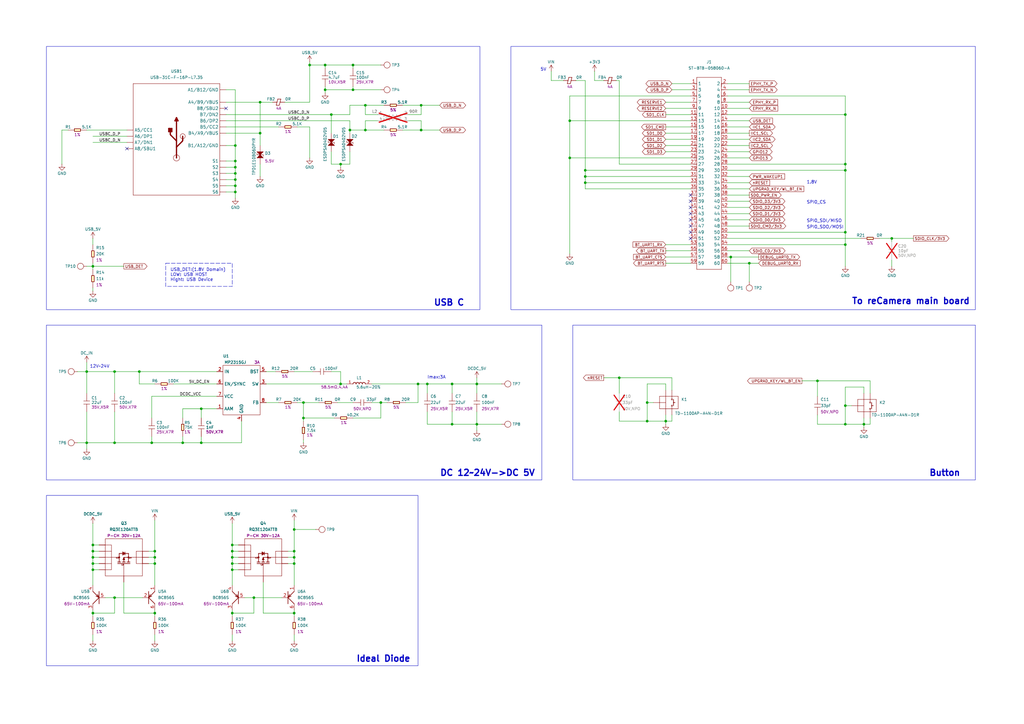
<source format=kicad_sch>
(kicad_sch (version 20231120) (generator "eeschema") (generator_version "8.0")
  (paper "A3")
  (title_block (title "reCamera Gimbal") (date "2024-10-22") (rev "v0.9"))
  (junction (at 38.1 109.22))
  (junction (at 335.28 156.21))
  (junction (at 195.58 173.99))
  (junction (at 63.5 228.6))
  (junction (at 106.68 41.91))
  (junction (at 63.5 226.06))
  (junction (at 62.23 181.61))
  (junction (at 95.25 226.06))
  (junction (at 346.71 67.31))
  (junction (at 135.89 46.99))
  (junction (at 254 154.94))
  (junction (at 38.1 228.6))
  (junction (at 96.52 68.58))
  (junction (at 38.1 231.14))
  (junction (at 171.45 157.48))
  (junction (at 82.55 181.61))
  (junction (at 38.1 226.06))
  (junction (at 106.68 54.61))
  (junction (at 120.65 226.06))
  (junction (at 149.86 43.18))
  (junction (at 124.46 171.45))
  (junction (at 46.99 152.4))
  (junction (at 104.14 245.11))
  (junction (at 185.42 173.99))
  (junction (at 82.55 167.64))
  (junction (at 95.25 251.46))
  (junction (at 124.46 165.1))
  (junction (at 143.51 53.34))
  (junction (at 354.33 173.99))
  (junction (at 144.78 26.67))
  (junction (at 144.78 36.83))
  (junction (at 120.65 231.14))
  (junction (at 365.76 97.79))
  (junction (at 46.99 245.11))
  (junction (at 185.42 157.48))
  (junction (at 120.65 217.17))
  (junction (at 346.71 95.25))
  (junction (at 299.72 105.41))
  (junction (at 133.35 36.83))
  (junction (at 265.43 165.1))
  (junction (at 127 26.67))
  (junction (at 95.25 228.6))
  (junction (at 46.99 181.61))
  (junction (at 233.68 64.77))
  (junction (at 120.65 251.46))
  (junction (at 156.21 165.1))
  (junction (at 63.5 251.46))
  (junction (at 240.03 74.93))
  (junction (at 346.71 166.37))
  (junction (at 346.71 46.99))
  (junction (at 95.25 231.14))
  (junction (at 233.68 49.53))
  (junction (at 139.7 67.31))
  (junction (at 346.71 69.85))
  (junction (at 38.1 251.46))
  (junction (at 307.34 107.95))
  (junction (at 172.72 53.34))
  (junction (at 139.7 157.48))
  (junction (at 240.03 69.85))
  (junction (at 35.56 181.61))
  (junction (at 346.71 173.99))
  (junction (at 96.52 59.69))
  (junction (at 172.72 43.18))
  (junction (at 63.5 231.14))
  (junction (at 240.03 72.39))
  (junction (at 38.1 233.68))
  (junction (at 346.71 100.33))
  (junction (at 96.52 76.2))
  (junction (at 133.35 26.67))
  (junction (at 35.56 152.4))
  (junction (at 74.93 181.61))
  (junction (at 175.26 157.48))
  (junction (at 96.52 73.66))
  (junction (at 265.43 172.72))
  (junction (at 38.1 223.52))
  (junction (at 95.25 233.68))
  (junction (at 149.86 53.34))
  (junction (at 273.05 172.72))
  (junction (at 195.58 157.48))
  (junction (at 95.25 223.52))
  (junction (at 96.52 71.12))
  (junction (at 96.52 66.04))
  (junction (at 57.15 152.4))
  (junction (at 120.65 228.6))
  (junction (at 96.52 78.74))
  (no_connect (at 92.71 44.45))
  (no_connect (at 52.07 60.96))
  (no_connect (at 283.21 87.63))
  (no_connect (at 283.21 82.55))
  (no_connect (at 283.21 97.79))
  (no_connect (at 283.21 90.17))
  (no_connect (at 283.21 92.71))
  (no_connect (at 283.21 80.01))
  (no_connect (at 283.21 95.25))
  (no_connect (at 283.21 85.09))
  (wire (pts (xy 35.56 152.4) (xy 46.99 152.4)))
  (wire (pts (xy 95.25 231.14) (xy 95.25 233.68)))
  (wire (pts (xy 165.1 53.34) (xy 172.72 53.34)))
  (wire (pts (xy 226.06 33.02) (xy 226.06 29.21)))
  (wire (pts (xy 106.68 41.91) (xy 111.76 41.91)))
  (wire (pts (xy 254 154.94) (xy 254 161.29)))
  (wire (pts (xy 38.1 223.52) (xy 40.64 223.52)))
  (wire (pts (xy 99.06 181.61) (xy 82.55 181.61)))
  (wire (pts (xy 335.28 156.21) (xy 356.87 156.21)))
  (wire (pts (xy 95.25 214.63) (xy 95.25 223.52)))
  (wire (pts (xy 38.1 226.06) (xy 40.64 226.06)))
  (wire (pts (xy 38.1 231.14) (xy 38.1 233.68)))
  (wire (pts (xy 175.26 168.91) (xy 175.26 173.99)))
  (wire (pts (xy 106.68 41.91) (xy 106.68 54.61)))
  (wire (pts (xy 82.55 167.64) (xy 82.55 171.45)))
  (wire (pts (xy 307.34 64.77) (xy 298.45 64.77)))
  (wire (pts (xy 240.03 33.02) (xy 240.03 69.85)))
  (wire (pts (xy 116.84 41.91) (xy 127 41.91)))
  (wire (pts (xy 120.65 250.19) (xy 120.65 251.46)))
  (wire (pts (xy 307.34 62.23) (xy 298.45 62.23)))
  (wire (pts (xy 311.15 107.95) (xy 307.34 107.95)))
  (wire (pts (xy 240.03 74.93) (xy 240.03 72.39)))
  (wire (pts (xy 133.35 36.83) (xy 133.35 38.1)))
  (wire (pts (xy 233.68 64.77) (xy 233.68 49.53)))
  (wire (pts (xy 95.25 223.52) (xy 97.79 223.52)))
  (wire (pts (xy 46.99 181.61) (xy 62.23 181.61)))
  (wire (pts (xy 185.42 168.91) (xy 185.42 173.99)))
  (wire (pts (xy 74.93 181.61) (xy 82.55 181.61)))
  (wire (pts (xy 144.78 26.67) (xy 133.35 26.67)))
  (wire (pts (xy 233.68 49.53) (xy 233.68 39.37)))
  (wire (pts (xy 275.59 34.29) (xy 283.21 34.29)))
  (wire (pts (xy 135.89 67.31) (xy 135.89 62.23)))
  (wire (pts (xy 120.65 213.36) (xy 120.65 217.17)))
  (wire (pts (xy 152.4 157.48) (xy 171.45 157.48)))
  (wire (pts (xy 356.87 173.99) (xy 354.33 173.99)))
  (wire (pts (xy 167.64 49.53) (xy 172.72 49.53)))
  (wire (pts (xy 38.1 55.88) (xy 52.07 55.88)))
  (wire (pts (xy 354.33 158.75) (xy 346.71 158.75)))
  (wire (pts (xy 346.71 69.85) (xy 346.71 95.25)))
  (wire (pts (xy 171.45 157.48) (xy 175.26 157.48)))
  (wire (pts (xy 96.52 78.74) (xy 96.52 81.28)))
  (wire (pts (xy 96.52 76.2) (xy 96.52 78.74)))
  (wire (pts (xy 307.34 74.93) (xy 298.45 74.93)))
  (wire (pts (xy 38.1 251.46) (xy 38.1 252.73)))
  (wire (pts (xy 144.78 171.45) (xy 156.21 171.45)))
  (wire (pts (xy 124.46 171.45) (xy 124.46 172.72)))
  (wire (pts (xy 144.78 27.94) (xy 144.78 26.67)))
  (wire (pts (xy 144.78 36.83) (xy 156.21 36.83)))
  (wire (pts (xy 311.15 105.41) (xy 299.72 105.41)))
  (wire (pts (xy 156.21 165.1) (xy 158.75 165.1)))
  (wire (pts (xy 139.7 157.48) (xy 142.24 157.48)))
  (wire (pts (xy 106.68 54.61) (xy 106.68 59.69)))
  (wire (pts (xy 38.1 109.22) (xy 50.8 109.22)))
  (wire (pts (xy 307.34 107.95) (xy 298.45 107.95)))
  (wire (pts (xy 118.11 226.06) (xy 120.65 226.06)))
  (wire (pts (xy 127 64.77) (xy 127 52.07)))
  (wire (pts (xy 38.1 226.06) (xy 38.1 228.6)))
  (wire (pts (xy 82.55 179.07) (xy 82.55 181.61)))
  (wire (pts (xy 38.1 118.11) (xy 38.1 119.38)))
  (wire (pts (xy 233.68 49.53) (xy 283.21 49.53)))
  (wire (pts (xy 95.25 231.14) (xy 97.79 231.14)))
  (wire (pts (xy 195.58 154.94) (xy 195.58 157.48)))
  (wire (pts (xy 62.23 162.56) (xy 62.23 171.45)))
  (wire (pts (xy 298.45 97.79) (xy 353.06 97.79)))
  (wire (pts (xy 185.42 173.99) (xy 195.58 173.99)))
  (wire (pts (xy 118.11 231.14) (xy 120.65 231.14)))
  (wire (pts (xy 71.12 157.48) (xy 88.9 157.48)))
  (wire (pts (xy 92.71 73.66) (xy 96.52 73.66)))
  (wire (pts (xy 273.05 41.91) (xy 283.21 41.91)))
  (wire (pts (xy 95.25 260.35) (xy 95.25 262.89)))
  (wire (pts (xy 63.5 251.46) (xy 63.5 252.73)))
  (wire (pts (xy 149.86 49.53) (xy 149.86 53.34)))
  (wire (pts (xy 95.25 228.6) (xy 97.79 228.6)))
  (wire (pts (xy 139.7 152.4) (xy 139.7 157.48)))
  (wire (pts (xy 233.68 39.37) (xy 283.21 39.37)))
  (wire (pts (xy 138.43 165.1) (xy 144.78 165.1)))
  (wire (pts (xy 273.05 46.99) (xy 283.21 46.99)))
  (wire (pts (xy 109.22 152.4) (xy 113.03 152.4)))
  (wire (pts (xy 356.87 161.29) (xy 356.87 156.21)))
  (wire (pts (xy 127 26.67) (xy 133.35 26.67)))
  (wire (pts (xy 50.8 238.76) (xy 50.8 251.46)))
  (wire (pts (xy 354.33 173.99) (xy 354.33 175.26)))
  (wire (pts (xy 38.1 228.6) (xy 38.1 231.14)))
  (wire (pts (xy 346.71 95.25) (xy 346.71 100.33)))
  (wire (pts (xy 307.34 54.61) (xy 298.45 54.61)))
  (wire (pts (xy 273.05 172.72) (xy 273.05 173.99)))
  (wire (pts (xy 88.9 167.64) (xy 82.55 167.64)))
  (wire (pts (xy 95.25 233.68) (xy 97.79 233.68)))
  (wire (pts (xy 74.93 179.07) (xy 74.93 181.61)))
  (wire (pts (xy 307.34 107.95) (xy 307.34 115.57)))
  (wire (pts (xy 57.15 152.4) (xy 88.9 152.4)))
  (wire (pts (xy 96.52 71.12) (xy 96.52 73.66)))
  (wire (pts (xy 335.28 156.21) (xy 335.28 162.56)))
  (wire (pts (xy 46.99 245.11) (xy 58.42 245.11)))
  (wire (pts (xy 38.1 109.22) (xy 38.1 110.49)))
  (wire (pts (xy 365.76 97.79) (xy 365.76 99.06)))
  (wire (pts (xy 133.35 27.94) (xy 133.35 26.67)))
  (wire (pts (xy 354.33 171.45) (xy 354.33 173.99)))
  (wire (pts (xy 275.59 170.18) (xy 275.59 172.72)))
  (wire (pts (xy 172.72 53.34) (xy 180.34 53.34)))
  (wire (pts (xy 120.65 217.17) (xy 120.65 226.06)))
  (wire (pts (xy 35.56 53.34) (xy 52.07 53.34)))
  (wire (pts (xy 143.51 43.18) (xy 143.51 46.99)))
  (wire (pts (xy 31.75 181.61) (xy 35.56 181.61)))
  (wire (pts (xy 273.05 52.07) (xy 283.21 52.07)))
  (wire (pts (xy 35.56 148.59) (xy 35.56 152.4)))
  (wire (pts (xy 167.64 46.99) (xy 172.72 46.99)))
  (wire (pts (xy 254 154.94) (xy 275.59 154.94)))
  (wire (pts (xy 299.72 105.41) (xy 299.72 115.57)))
  (wire (pts (xy 129.54 217.17) (xy 120.65 217.17)))
  (wire (pts (xy 63.5 250.19) (xy 63.5 251.46)))
  (wire (pts (xy 144.78 26.67) (xy 156.21 26.67)))
  (wire (pts (xy 120.65 231.14) (xy 120.65 240.03)))
  (wire (pts (xy 62.23 181.61) (xy 74.93 181.61)))
  (wire (pts (xy 254 33.02) (xy 254 67.31)))
  (wire (pts (xy 307.34 49.53) (xy 298.45 49.53)))
  (wire (pts (xy 38.1 97.79) (xy 38.1 100.33)))
  (wire (pts (xy 46.99 251.46) (xy 38.1 251.46)))
  (wire (pts (xy 307.34 85.09) (xy 298.45 85.09)))
  (wire (pts (xy 96.52 68.58) (xy 96.52 71.12)))
  (wire (pts (xy 143.51 43.18) (xy 149.86 43.18)))
  (wire (pts (xy 96.52 59.69) (xy 96.52 66.04)))
  (wire (pts (xy 283.21 77.47) (xy 240.03 77.47)))
  (wire (pts (xy 254 172.72) (xy 265.43 172.72)))
  (wire (pts (xy 307.34 90.17) (xy 298.45 90.17)))
  (wire (pts (xy 27.94 53.34) (xy 25.4 53.34)))
  (wire (pts (xy 38.1 233.68) (xy 38.1 240.03)))
  (wire (pts (xy 92.71 76.2) (xy 96.52 76.2)))
  (wire (pts (xy 95.25 250.19) (xy 95.25 251.46)))
  (wire (pts (xy 307.34 72.39) (xy 298.45 72.39)))
  (wire (pts (xy 62.23 179.07) (xy 62.23 181.61)))
  (wire (pts (xy 124.46 180.34) (xy 124.46 181.61)))
  (wire (pts (xy 149.86 46.99) (xy 149.86 43.18)))
  (wire (pts (xy 195.58 168.91) (xy 195.58 173.99)))
  (wire (pts (xy 143.51 62.23) (xy 143.51 67.31)))
  (wire (pts (xy 275.59 36.83) (xy 283.21 36.83)))
  (wire (pts (xy 149.86 53.34) (xy 157.48 53.34)))
  (wire (pts (xy 298.45 67.31) (xy 346.71 67.31)))
  (wire (pts (xy 92.71 49.53) (xy 143.51 49.53)))
  (wire (pts (xy 298.45 69.85) (xy 346.71 69.85)))
  (wire (pts (xy 120.65 152.4) (xy 128.27 152.4)))
  (wire (pts (xy 43.18 245.11) (xy 46.99 245.11)))
  (wire (pts (xy 50.8 251.46) (xy 63.5 251.46)))
  (wire (pts (xy 360.68 97.79) (xy 365.76 97.79)))
  (wire (pts (xy 46.99 152.4) (xy 46.99 161.29)))
  (wire (pts (xy 231.14 33.02) (xy 226.06 33.02)))
  (wire (pts (xy 139.7 67.31) (xy 135.89 67.31)))
  (wire (pts (xy 62.23 162.56) (xy 88.9 162.56)))
  (wire (pts (xy 171.45 165.1) (xy 171.45 157.48)))
  (wire (pts (xy 135.89 152.4) (xy 139.7 152.4)))
  (wire (pts (xy 60.96 226.06) (xy 63.5 226.06)))
  (wire (pts (xy 143.51 67.31) (xy 139.7 67.31)))
  (wire (pts (xy 92.71 54.61) (xy 106.68 54.61)))
  (wire (pts (xy 107.95 238.76) (xy 107.95 251.46)))
  (wire (pts (xy 195.58 173.99) (xy 195.58 176.53)))
  (wire (pts (xy 96.52 73.66) (xy 96.52 76.2)))
  (wire (pts (xy 143.51 53.34) (xy 143.51 54.61)))
  (wire (pts (xy 233.68 64.77) (xy 283.21 64.77)))
  (wire (pts (xy 38.1 228.6) (xy 40.64 228.6)))
  (wire (pts (xy 349.25 166.37) (xy 346.71 166.37)))
  (wire (pts (xy 195.58 173.99) (xy 205.74 173.99)))
  (wire (pts (xy 25.4 53.34) (xy 25.4 67.31)))
  (wire (pts (xy 60.96 231.14) (xy 63.5 231.14)))
  (wire (pts (xy 346.71 39.37) (xy 346.71 46.99)))
  (wire (pts (xy 243.84 33.02) (xy 247.65 33.02)))
  (wire (pts (xy 273.05 100.33) (xy 283.21 100.33)))
  (wire (pts (xy 92.71 78.74) (xy 96.52 78.74)))
  (wire (pts (xy 365.76 106.68) (xy 365.76 109.22)))
  (wire (pts (xy 38.1 231.14) (xy 40.64 231.14)))
  (wire (pts (xy 46.99 168.91) (xy 46.99 181.61)))
  (wire (pts (xy 127 26.67) (xy 127 25.4)))
  (wire (pts (xy 243.84 29.21) (xy 243.84 33.02)))
  (wire (pts (xy 144.78 36.83) (xy 133.35 36.83)))
  (wire (pts (xy 240.03 69.85) (xy 283.21 69.85)))
  (wire (pts (xy 273.05 102.87) (xy 283.21 102.87)))
  (wire (pts (xy 63.5 213.36) (xy 63.5 226.06)))
  (wire (pts (xy 133.35 35.56) (xy 133.35 36.83)))
  (wire (pts (xy 273.05 57.15) (xy 283.21 57.15)))
  (wire (pts (xy 92.71 41.91) (xy 106.68 41.91)))
  (wire (pts (xy 195.58 157.48) (xy 195.58 161.29)))
  (wire (pts (xy 307.34 34.29) (xy 298.45 34.29)))
  (wire (pts (xy 46.99 181.61) (xy 35.56 181.61)))
  (wire (pts (xy 120.65 260.35) (xy 120.65 262.89)))
  (wire (pts (xy 95.25 228.6) (xy 95.25 231.14)))
  (wire (pts (xy 265.43 172.72) (xy 273.05 172.72)))
  (wire (pts (xy 273.05 59.69) (xy 283.21 59.69)))
  (wire (pts (xy 307.34 80.01) (xy 298.45 80.01)))
  (wire (pts (xy 38.1 250.19) (xy 38.1 251.46)))
  (wire (pts (xy 273.05 54.61) (xy 283.21 54.61)))
  (wire (pts (xy 328.93 156.21) (xy 335.28 156.21)))
  (wire (pts (xy 172.72 46.99) (xy 172.72 43.18)))
  (wire (pts (xy 120.65 251.46) (xy 120.65 252.73)))
  (wire (pts (xy 92.71 36.83) (xy 96.52 36.83)))
  (wire (pts (xy 46.99 245.11) (xy 46.99 251.46)))
  (wire (pts (xy 307.34 57.15) (xy 298.45 57.15)))
  (wire (pts (xy 240.03 72.39) (xy 240.03 69.85)))
  (wire (pts (xy 254 33.02) (xy 252.73 33.02)))
  (wire (pts (xy 154.94 49.53) (xy 149.86 49.53)))
  (wire (pts (xy 254 67.31) (xy 283.21 67.31)))
  (wire (pts (xy 124.46 165.1) (xy 124.46 171.45)))
  (wire (pts (xy 254 168.91) (xy 254 172.72)))
  (wire (pts (xy 335.28 170.18) (xy 335.28 173.99)))
  (wire (pts (xy 307.34 36.83) (xy 298.45 36.83)))
  (wire (pts (xy 346.71 166.37) (xy 346.71 173.99)))
  (wire (pts (xy 135.89 46.99) (xy 135.89 54.61)))
  (wire (pts (xy 233.68 104.14) (xy 233.68 64.77)))
  (wire (pts (xy 104.14 251.46) (xy 95.25 251.46)))
  (wire (pts (xy 185.42 157.48) (xy 185.42 161.29)))
  (wire (pts (xy 127 52.07) (xy 121.92 52.07)))
  (wire (pts (xy 107.95 251.46) (xy 120.65 251.46)))
  (wire (pts (xy 165.1 43.18) (xy 172.72 43.18)))
  (wire (pts (xy 154.94 46.99) (xy 149.86 46.99)))
  (wire (pts (xy 307.34 77.47) (xy 298.45 77.47)))
  (wire (pts (xy 63.5 226.06) (xy 63.5 228.6)))
  (wire (pts (xy 172.72 43.18) (xy 180.34 43.18)))
  (wire (pts (xy 127 41.91) (xy 127 26.67)))
  (wire (pts (xy 121.92 165.1) (xy 124.46 165.1)))
  (wire (pts (xy 236.22 33.02) (xy 240.03 33.02)))
  (wire (pts (xy 156.21 171.45) (xy 156.21 165.1)))
  (wire (pts (xy 307.34 59.69) (xy 298.45 59.69)))
  (wire (pts (xy 335.28 173.99) (xy 346.71 173.99)))
  (wire (pts (xy 149.86 43.18) (xy 157.48 43.18)))
  (wire (pts (xy 118.11 228.6) (xy 120.65 228.6)))
  (wire (pts (xy 143.51 53.34) (xy 149.86 53.34)))
  (wire (pts (xy 346.71 100.33) (xy 346.71 109.22)))
  (wire (pts (xy 152.4 165.1) (xy 156.21 165.1)))
  (wire (pts (xy 31.75 152.4) (xy 35.56 152.4)))
  (wire (pts (xy 120.65 226.06) (xy 120.65 228.6)))
  (wire (pts (xy 240.03 72.39) (xy 283.21 72.39)))
  (wire (pts (xy 35.56 168.91) (xy 35.56 181.61)))
  (wire (pts (xy 273.05 160.02) (xy 273.05 157.48)))
  (wire (pts (xy 63.5 231.14) (xy 63.5 240.03)))
  (wire (pts (xy 175.26 157.48) (xy 185.42 157.48)))
  (wire (pts (xy 92.71 68.58) (xy 96.52 68.58)))
  (wire (pts (xy 104.14 245.11) (xy 104.14 251.46)))
  (wire (pts (xy 74.93 167.64) (xy 74.93 171.45)))
  (wire (pts (xy 346.71 67.31) (xy 346.71 69.85)))
  (wire (pts (xy 143.51 49.53) (xy 143.51 53.34)))
  (wire (pts (xy 346.71 158.75) (xy 346.71 166.37)))
  (wire (pts (xy 307.34 87.63) (xy 298.45 87.63)))
  (wire (pts (xy 166.37 165.1) (xy 171.45 165.1)))
  (wire (pts (xy 35.56 152.4) (xy 35.56 161.29)))
  (wire (pts (xy 185.42 157.48) (xy 195.58 157.48)))
  (wire (pts (xy 99.06 172.72) (xy 99.06 181.61)))
  (wire (pts (xy 346.71 46.99) (xy 346.71 67.31)))
  (wire (pts (xy 265.43 165.1) (xy 265.43 172.72)))
  (wire (pts (xy 63.5 157.48) (xy 57.15 157.48)))
  (wire (pts (xy 265.43 157.48) (xy 265.43 165.1)))
  (wire (pts (xy 267.97 165.1) (xy 265.43 165.1)))
  (wire (pts (xy 57.15 152.4) (xy 57.15 157.48)))
  (wire (pts (xy 307.34 52.07) (xy 298.45 52.07)))
  (wire (pts (xy 38.1 58.42) (xy 52.07 58.42)))
  (wire (pts (xy 38.1 260.35) (xy 38.1 262.89)))
  (wire (pts (xy 96.52 36.83) (xy 96.52 59.69)))
  (wire (pts (xy 38.1 107.95) (xy 38.1 109.22)))
  (wire (pts (xy 356.87 171.45) (xy 356.87 173.99)))
  (wire (pts (xy 143.51 46.99) (xy 135.89 46.99)))
  (wire (pts (xy 95.25 223.52) (xy 95.25 226.06)))
  (wire (pts (xy 298.45 100.33) (xy 346.71 100.33)))
  (wire (pts (xy 63.5 228.6) (xy 63.5 231.14)))
  (wire (pts (xy 144.78 35.56) (xy 144.78 36.83)))
  (wire (pts (xy 273.05 44.45) (xy 283.21 44.45)))
  (wire (pts (xy 95.25 233.68) (xy 95.25 240.03)))
  (wire (pts (xy 346.71 173.99) (xy 354.33 173.99)))
  (wire (pts (xy 307.34 102.87) (xy 298.45 102.87)))
  (wire (pts (xy 92.71 59.69) (xy 96.52 59.69)))
  (wire (pts (xy 100.33 245.11) (xy 104.14 245.11)))
  (wire (pts (xy 307.34 41.91) (xy 298.45 41.91)))
  (wire (pts (xy 35.56 181.61) (xy 35.56 184.15)))
  (wire (pts (xy 139.7 67.31) (xy 139.7 68.58)))
  (wire (pts (xy 175.26 157.48) (xy 175.26 161.29)))
  (wire (pts (xy 273.05 170.18) (xy 273.05 172.72)))
  (wire (pts (xy 95.25 226.06) (xy 97.79 226.06)))
  (wire (pts (xy 175.26 173.99) (xy 185.42 173.99)))
  (wire (pts (xy 38.1 223.52) (xy 38.1 226.06)))
  (wire (pts (xy 106.68 67.31) (xy 106.68 72.39)))
  (wire (pts (xy 109.22 157.48) (xy 139.7 157.48)))
  (wire (pts (xy 46.99 152.4) (xy 57.15 152.4)))
  (wire (pts (xy 365.76 97.79) (xy 374.65 97.79)))
  (wire (pts (xy 95.25 251.46) (xy 95.25 252.73)))
  (wire (pts (xy 137.16 171.45) (xy 124.46 171.45)))
  (wire (pts (xy 298.45 39.37) (xy 346.71 39.37)))
  (wire (pts (xy 307.34 82.55) (xy 298.45 82.55)))
  (wire (pts (xy 92.71 66.04) (xy 96.52 66.04)))
  (wire (pts (xy 96.52 66.04) (xy 96.52 68.58)))
  (wire (pts (xy 82.55 167.64) (xy 74.93 167.64)))
  (wire (pts (xy 275.59 160.02) (xy 275.59 154.94)))
  (wire (pts (xy 354.33 161.29) (xy 354.33 158.75)))
  (wire (pts (xy 273.05 157.48) (xy 265.43 157.48)))
  (wire (pts (xy 92.71 46.99) (xy 135.89 46.99)))
  (wire (pts (xy 35.56 109.22) (xy 38.1 109.22)))
  (wire (pts (xy 273.05 107.95) (xy 283.21 107.95)))
  (wire (pts (xy 38.1 233.68) (xy 40.64 233.68)))
  (wire (pts (xy 60.96 228.6) (xy 63.5 228.6)))
  (wire (pts (xy 109.22 165.1) (xy 114.3 165.1)))
  (wire (pts (xy 273.05 105.41) (xy 283.21 105.41)))
  (wire (pts (xy 273.05 62.23) (xy 283.21 62.23)))
  (wire (pts (xy 307.34 44.45) (xy 298.45 44.45)))
  (wire (pts (xy 95.25 226.06) (xy 95.25 228.6)))
  (wire (pts (xy 120.65 228.6) (xy 120.65 231.14)))
  (wire (pts (xy 172.72 49.53) (xy 172.72 53.34)))
  (wire (pts (xy 240.03 77.47) (xy 240.03 74.93)))
  (wire (pts (xy 92.71 71.12) (xy 96.52 71.12)))
  (wire (pts (xy 298.45 46.99) (xy 346.71 46.99)))
  (wire (pts (xy 104.14 245.11) (xy 115.57 245.11)))
  (wire (pts (xy 247.65 154.94) (xy 254 154.94)))
  (wire (pts (xy 307.34 92.71) (xy 298.45 92.71)))
  (wire (pts (xy 240.03 74.93) (xy 283.21 74.93)))
  (wire (pts (xy 299.72 105.41) (xy 298.45 105.41)))
  (wire (pts (xy 195.58 157.48) (xy 205.74 157.48)))
  (wire (pts (xy 63.5 260.35) (xy 63.5 262.89)))
  (wire (pts (xy 275.59 172.72) (xy 273.05 172.72)))
  (wire (pts (xy 298.45 95.25) (xy 346.71 95.25)))
  (wire (pts (xy 92.71 52.07) (xy 114.3 52.07)))
  (wire (pts (xy 124.46 165.1) (xy 130.81 165.1)))
  (wire (pts (xy 38.1 214.63) (xy 38.1 223.52)))
  (rectangle (start 19.05 203.2) (end 171.45 273.05))
  (rectangle (start 67.945 107.95) (end 95.25 117.475) (stroke (width 0) (type dash)))
  (rectangle (start 209.55 19.05) (end 400.05 127))
  (rectangle (start 234.95 133.35) (end 400.05 196.85))
  (rectangle (start 19.05 19.05) (end 196.85 127))
  (rectangle (start 19.05 133.35) (end 222.25 196.85))
  (text "SPI0_CS" (at 330.835 83.82 0) (effects (font (size 1.27 1.27)) (justify left bottom)))
  (text "To reCamera main board" (at 349.25 125.095 0) (effects (font (size 2.54 2.54) (thickness 0.508) (bold yes)) (justify left bottom)))
  (text "12V~24V" (at 36.83 151.13 0) (effects (font (size 1.27 1.27)) (justify left bottom)))
  (text "DC 12~24V->DC 5V" (at 180.34 195.58 0) (effects (font (size 2.54 2.54) (thickness 0.508) (bold yes)) (justify left bottom)))
  (text "USB C" (at 177.8 125.73 0) (effects (font (size 2.54 2.54) (thickness 0.508) (bold yes)) (justify left bottom)))
  (text "Imax:3A" (at 175.26 155.575 0) (effects (font (size 1.27 1.27)) (justify left bottom)))
  (text "Button" (at 381 195.58 0) (effects (font (size 2.54 2.54) (thickness 0.508) (bold yes)) (justify left bottom)))
  (text "SPI0_SDO/MOSI" (at 330.835 93.98 0) (effects (font (size 1.27 1.27)) (justify left bottom)))
  (text "SPI0_SDI/MISO" (at 330.835 91.44 0) (effects (font (size 1.27 1.27)) (justify left bottom)))
  (text "USB_DET:(1.8V Domain)\nLOW: USB HOST\nHight: USB Device" (at 69.85 115.57 0) (effects (font (size 1.27 1.27)) (justify left bottom)))
  (text "1.8V" (at 330.835 75.565 0) (effects (font (size 1.27 1.27)) (justify left bottom)))
  (text "Ideal Diode" (at 146.05 271.78 0) (effects (font (size 2.54 2.54) (thickness 0.508) (bold yes)) (justify left bottom)))
  (text "5V" (at 222.885 28.575 0) (effects (font (size 1.27 1.27))))
  (label "USBC_D_P" (at 40.64 55.88 0) (effects (font (size 1.143 1.143))))
  (label "5V_DC_EN" (at 77.47 157.48 0) (effects (font (size 1.143 1.143))))
  (label "USBC_D_N" (at 40.64 58.42 0) (effects (font (size 1.143 1.143))))
  (label "USBC_D_P" (at 118.11 49.53 0) (effects (font (size 1.143 1.143))))
  (label "DCDC_VCC" (at 73.66 162.56 0) (effects (font (size 1.143 1.143))))
  (label "USBC_D_N" (at 118.11 46.99 0) (effects (font (size 1.143 1.143))))
  (global_label "IIC1_SCL" (shape output) (at 307.34 54.61 0) (effects (font (size 1.143 1.143))) (property "Intersheetrefs" "${INTERSHEET_REFS}" (effects (hide yes))))
  (global_label "SDIO_CD{slash}3V3" (shape bidirectional) (at 307.34 102.87 0) (effects (font (size 1.143 1.143))) (property "Intersheetrefs" "${INTERSHEET_REFS}" (effects (hide yes))))
  (global_label "SD1_CLK" (shape output) (at 273.05 46.99 180) (effects (font (size 1.143 1.143))) (property "Intersheetrefs" "${INTERSHEET_REFS}" (effects (hide yes))))
  (global_label "USB_DET" (shape input) (at 307.34 49.53 0) (effects (font (size 1.143 1.143))) (property "Intersheetrefs" "${INTERSHEET_REFS}" (effects (hide yes))))
  (global_label "EPHY_RX_P" (shape input) (at 307.34 41.91 0) (effects (font (size 1.143 1.143))) (property "Intersheetrefs" "${INTERSHEET_REFS}" (effects (hide yes))))
  (global_label "nRESET" (shape input) (at 307.34 74.93 0) (effects (font (size 1.143 1.143))) (property "Intersheetrefs" "${INTERSHEET_REFS}" (effects (hide yes))))
  (global_label "BT_UART_TX" (shape output) (at 273.05 102.87 180) (effects (font (size 1.143 1.143))) (property "Intersheetrefs" "${INTERSHEET_REFS}" (effects (hide yes))))
  (global_label "BT_UART1_RX" (shape input) (at 273.05 100.33 180) (effects (font (size 1.143 1.143))) (property "Intersheetrefs" "${INTERSHEET_REFS}" (effects (hide yes))))
  (global_label "EPHY_TX_P" (shape output) (at 307.34 34.29 0) (effects (font (size 1.143 1.143))) (property "Intersheetrefs" "${INTERSHEET_REFS}" (effects (hide yes))))
  (global_label "RESERVE1" (shape bidirectional) (at 273.05 41.91 180) (effects (font (size 1.143 1.143))) (property "Intersheetrefs" "${INTERSHEET_REFS}" (effects (hide yes))))
  (global_label "SD1_D2" (shape bidirectional) (at 273.05 59.69 180) (effects (font (size 1.143 1.143))) (property "Intersheetrefs" "${INTERSHEET_REFS}" (effects (hide yes))))
  (global_label "SD1_D3" (shape bidirectional) (at 273.05 62.23 180) (effects (font (size 1.143 1.143))) (property "Intersheetrefs" "${INTERSHEET_REFS}" (effects (hide yes))))
  (global_label "SD1_CMD" (shape output) (at 273.05 52.07 180) (effects (font (size 1.143 1.143))) (property "Intersheetrefs" "${INTERSHEET_REFS}" (effects (hide yes))))
  (global_label "SDIO_CMD{slash}3V3" (shape output) (at 307.34 92.71 0) (effects (font (size 1.143 1.143))) (property "Intersheetrefs" "${INTERSHEET_REFS}" (effects (hide yes))))
  (global_label "DEBUG_UART0_RX" (shape input) (at 311.15 107.95 0) (effects (font (size 1.143 1.143))) (property "Intersheetrefs" "${INTERSHEET_REFS}" (effects (hide yes))))
  (global_label "USB_D_P" (shape bidirectional) (at 275.59 36.83 180) (effects (font (size 1.143 1.143))) (property "Intersheetrefs" "${INTERSHEET_REFS}" (effects (hide yes))))
  (global_label "EPHY_TX_N" (shape output) (at 307.34 36.83 0) (effects (font (size 1.143 1.143))) (property "Intersheetrefs" "${INTERSHEET_REFS}" (effects (hide yes))))
  (global_label "USB_D_N" (shape bidirectional) (at 180.34 43.18 0) (effects (font (size 1.143 1.143))) (property "Intersheetrefs" "${INTERSHEET_REFS}" (effects (hide yes))))
  (global_label "IIC2_SDA" (shape bidirectional) (at 307.34 57.15 0) (effects (font (size 1.143 1.143))) (property "Intersheetrefs" "${INTERSHEET_REFS}" (effects (hide yes))))
  (global_label "SDIO_D3{slash}3V3" (shape bidirectional) (at 307.34 82.55 0) (effects (font (size 1.143 1.143))) (property "Intersheetrefs" "${INTERSHEET_REFS}" (effects (hide yes))))
  (global_label "SD1_D0" (shape bidirectional) (at 273.05 54.61 180) (effects (font (size 1.143 1.143))) (property "Intersheetrefs" "${INTERSHEET_REFS}" (effects (hide yes))))
  (global_label "IIC2_SCL" (shape output) (at 307.34 59.69 0) (effects (font (size 1.143 1.143))) (property "Intersheetrefs" "${INTERSHEET_REFS}" (effects (hide yes))))
  (global_label "BT_UART_CTS" (shape input) (at 273.05 105.41 180) (effects (font (size 1.143 1.143))) (property "Intersheetrefs" "${INTERSHEET_REFS}" (effects (hide yes))))
  (global_label "USB_D_P" (shape bidirectional) (at 180.34 53.34 0) (effects (font (size 1.143 1.143))) (property "Intersheetrefs" "${INTERSHEET_REFS}" (effects (hide yes))))
  (global_label "BT_UART_RTS" (shape output) (at 273.05 107.95 180) (effects (font (size 1.143 1.143))) (property "Intersheetrefs" "${INTERSHEET_REFS}" (effects (hide yes))))
  (global_label "DEBUG_UART0_TX" (shape output) (at 311.15 105.41 0) (effects (font (size 1.143 1.143))) (property "Intersheetrefs" "${INTERSHEET_REFS}" (effects (hide yes))))
  (global_label "USB_D_N" (shape bidirectional) (at 275.59 34.29 180) (effects (font (size 1.143 1.143))) (property "Intersheetrefs" "${INTERSHEET_REFS}" (effects (hide yes))))
  (global_label "SDIO_D0{slash}3V3" (shape bidirectional) (at 307.34 90.17 0) (effects (font (size 1.143 1.143))) (property "Intersheetrefs" "${INTERSHEET_REFS}" (effects (hide yes))))
  (global_label "SDIO_CLK{slash}3V3" (shape output) (at 374.65 97.79 0) (effects (font (size 1.143 1.143))) (property "Intersheetrefs" "${INTERSHEET_REFS}" (effects (hide yes))))
  (global_label "SDIO_D2{slash}3V3" (shape bidirectional) (at 307.34 85.09 0) (effects (font (size 1.143 1.143))) (property "Intersheetrefs" "${INTERSHEET_REFS}" (effects (hide yes))))
  (global_label "EPHY_RX_N" (shape input) (at 307.34 44.45 0) (effects (font (size 1.143 1.143))) (property "Intersheetrefs" "${INTERSHEET_REFS}" (effects (hide yes))))
  (global_label "SDIO_D1{slash}3V3" (shape bidirectional) (at 307.34 87.63 0) (effects (font (size 1.143 1.143))) (property "Intersheetrefs" "${INTERSHEET_REFS}" (effects (hide yes))))
  (global_label "UPGRAD_KEY{slash}WL_BT_EN" (shape output) (at 328.93 156.21 180) (effects (font (size 1.143 1.143))) (property "Intersheetrefs" "${INTERSHEET_REFS}" (effects (hide yes))))
  (global_label "UPGRAD_KEY{slash}WL_BT_EN" (shape input) (at 307.34 77.47 0) (effects (font (size 1.143 1.143))) (property "Intersheetrefs" "${INTERSHEET_REFS}" (effects (hide yes))))
  (global_label "SD1_D1" (shape bidirectional) (at 273.05 57.15 180) (effects (font (size 1.143 1.143))) (property "Intersheetrefs" "${INTERSHEET_REFS}" (effects (hide yes))))
  (global_label "GPIO12" (shape bidirectional) (at 307.34 62.23 0) (effects (font (size 1.143 1.143))) (property "Intersheetrefs" "${INTERSHEET_REFS}" (effects (hide yes))))
  (global_label "RESERVE2" (shape bidirectional) (at 273.05 44.45 180) (effects (font (size 1.143 1.143))) (property "Intersheetrefs" "${INTERSHEET_REFS}" (effects (hide yes))))
  (global_label "USB_DET" (shape output) (at 50.8 109.22 0) (effects (font (size 1.143 1.143))) (property "Intersheetrefs" "${INTERSHEET_REFS}" (effects (hide yes))))
  (global_label "nRESET" (shape output) (at 247.65 154.94 180) (effects (font (size 1.143 1.143))) (property "Intersheetrefs" "${INTERSHEET_REFS}" (effects (hide yes))))
  (global_label "GPIO13" (shape bidirectional) (at 307.34 64.77 0) (effects (font (size 1.143 1.143))) (property "Intersheetrefs" "${INTERSHEET_REFS}" (effects (hide yes))))
  (global_label "PWR_WAKEUP1" (shape input) (at 307.34 72.39 0) (effects (font (size 1.143 1.143))) (property "Intersheetrefs" "${INTERSHEET_REFS}" (effects (hide yes))))
  (global_label "IIC1_SDA" (shape bidirectional) (at 307.34 52.07 0) (effects (font (size 1.143 1.143))) (property "Intersheetrefs" "${INTERSHEET_REFS}" (effects (hide yes))))
  (global_label "SD0_PWR_EN" (shape output) (at 307.34 80.01 0) (effects (font (size 1.143 1.143))) (property "Intersheetrefs" "${INTERSHEET_REFS}" (effects (hide yes))))
  (symbol (lib_id "Seeed_libdb:Ferrite Bead/303030424") (at 114.3 41.91 0) (unit 1)
    (property "Reference" "FB2" (at 111.125 40.64 0) (effects (font (size 1.143 1.143))))
    (property "Value" "0R" (at 118.11 40.64 0) (effects (font (size 1.143 1.143))))
    (property "Footprint" "Inductor:L0805" (effects (hide yes)))
    (property "Description" "SMD Ferrite Bead 100R-4A;0805" (effects (hide yes)))
    (property "Manufacturer" "TDK" (effects (hide yes)))
    (property "MPN" "MPZ2012S101AT000" (effects (hide yes)))
    (property "SKU" "301010359" (effects (hide yes)))
    (property "Part Type" "Ferrite Bead" (effects (hide yes)))
    (property "Rating" "4A" (at 114.3 44.45 0) (effects (font (size 1.143 1.143))))
    (property "Status" "Eagleye 310s" (effects (hide yes)))
  )
  (symbol (lib_id "power:GND") (at 139.7 68.58 0) (unit 1)
    (property "Reference" "#PWR010" (effects (hide yes)))
    (property "Value" "GND" (at 139.7 72.39 0) (effects (font (size 1.143 1.143))))
    (property "Description" "Power symbol creates a global label with name \"GND\" , ground" (effects (hide yes)))
  )
  (symbol (lib_id "power:+1V35") (at 63.5 213.36 0) (unit 1)
    (property "Reference" "#PWR055" (effects (hide yes)))
    (property "Value" "VIN" (at 63.5 209.55 0) (effects (font (size 1.143 1.143))))
    (property "Description" "Power symbol creates a global label with name \"+1V35\"" (effects (hide yes)))
  )
  (symbol (lib_id "power:+3V3") (at 35.56 148.59 0) (unit 1)
    (property "Reference" "#PWR05" (effects (hide yes)))
    (property "Value" "DC_IN" (at 35.56 144.78 0) (effects (font (size 1.143 1.143))))
    (property "Description" "Power symbol creates a global label with name \"+3V3\"" (effects (hide yes)))
  )
  (symbol (lib_id "Seeed_libdb:Ic/310032387") (at 99.06 152.4 0) (unit 1)
    (property "Reference" "U1" (at 92.71 146.05 0) (effects (font (size 1.143 1.143))))
    (property "Value" "MP2315GJ" (at 96.52 148.59 0) (effects (font (size 1.143 1.143))))
    (property "Footprint" "Ic:TSOT23-8" (effects (hide yes)))
    (property "Description" "SMD IC PMIC;DCDC Buck-ADJ-3A;TSOT23-8" (effects (hide yes)))
    (property "Manufacturer" "MPS" (effects (hide yes)))
    (property "MPN" "MP2315GJ" (effects (hide yes)))
    (property "SKU" "310032387" (effects (hide yes)))
    (property "Part Type" "DCDC" (effects (hide yes)))
    (property "Rating" "3A" (at 105.41 148.59 0) (effects (font (size 1.143 1.143))))
    (property "Status" "reCamera Gimbal" (effects (hide yes)))
    (property "Temperature" "-40°C to 125°C" (effects (hide yes)))
  )
  (symbol (lib_id "Seeed_libdb:Capacitors/302010000") (at 335.28 166.37 0) (unit 1)
    (property "Reference" "C11" (at 336.55 163.83 0) (effects (font (size 1.143 1.143)) (justify left)))
    (property "Value" "33pF" (at 336.55 166.37 0) (effects (font (size 1.143 1.143)) (justify left)))
    (property "Footprint" "Capacitor:C0402" (effects (hide yes)))
    (property "Description" "SMD CAP Ceramic 33pF-50V-5%-NPO;0402" (effects (hide yes)))
    (property "Manufacturer" "YAGEO" (effects (hide yes)))
    (property "MPN" "CC0402JRNPO9BN330" (effects (hide yes)))
    (property "SKU" "302010000" (effects (hide yes)))
    (property "Part Type" "Ceramic" (effects (hide yes)))
    (property "Voltage Rating" "50V,NPO" (at 336.55 168.91 0) (effects (font (size 1.143 1.143)) (justify left)))
    (property "Status" "Mini-Gateway" (effects (hide yes)))
    (property "Temperature" "-55°C to 125°C" (effects (hide yes)))
  )
  (symbol (lib_id "Seeed_libdb:Resistors/301010456") (at 95.25 256.54 90) (unit 1)
    (property "Reference" "R37" (at 96.52 253.9999 90) (effects (font (size 1.143 1.143)) (justify right)))
    (property "Value" "100K" (at 96.52 256.5399 90) (effects (font (size 1.143 1.143)) (justify right)))
    (property "Footprint" "Resistor:R0402" (effects (hide yes)))
    (property "Description" "SMD RES 100K-1%-1/16W;0402" (effects (hide yes)))
    (property "Manufacturer" "YAGEO" (effects (hide yes)))
    (property "MPN" "RC0402FR-07100KL" (effects (hide yes)))
    (property "SKU" "301010456" (effects (hide yes)))
    (property "Resistance" "100K" (effects (hide yes)))
    (property "Part Type" "RES" (effects (hide yes)))
    (property "Power Rating" "1%" (at 96.52 259.0799 90) (effects (font (size 1.143 1.143)) (justify right)))
    (property "Status" "BeagleBone Carrier Board" (effects (hide yes)))
    (property "Temperature" "-55°C to 155°C" (effects (hide yes)))
  )
  (symbol (lib_id "power:GND") (at 63.5 262.89 0) (unit 1)
    (property "Reference" "#PWR053" (effects (hide yes)))
    (property "Value" "GND" (at 63.5 266.7 0) (effects (font (size 1.143 1.143))))
    (property "Description" "Power symbol creates a global label with name \"GND\" , ground" (effects (hide yes)))
  )
  (symbol (lib_id "Seeed_libdb:Misc/TP45C_SMD") (at 132.08 217.17 0) (unit 1)
    (property "Reference" "TP9" (at 133.985 217.17 0) (effects (font (size 1.143 1.143)) (justify left)))
    (property "Value" "Test Point" (effects (hide yes)))
    (property "Footprint" "Misc:TP-D45MIL" (effects (hide yes)))
    (property "Description" "Test Point;TP45C_SMD" (effects (hide yes)))
    (property "SKU" "TP45C_SMD" (effects (hide yes)))
    (property "Part Type" "Test Point" (effects (hide yes)))
  )
  (symbol (lib_id "Seeed_libdb:Misc/TP45C_SMD") (at 208.28 173.99 0) (unit 1)
    (property "Reference" "TP8" (at 210.185 173.99 0) (effects (font (size 1.143 1.143)) (justify left)))
    (property "Value" "Test Point" (effects (hide yes)))
    (property "Footprint" "Misc:TP-D45MIL" (effects (hide yes)))
    (property "Description" "Test Point;TP45C_SMD" (effects (hide yes)))
    (property "SKU" "TP45C_SMD" (effects (hide yes)))
    (property "Part Type" "Test Point" (effects (hide yes)))
  )
  (symbol (lib_id "Seeed_libdb:Resistors/301010456") (at 38.1 256.54 90) (unit 1)
    (property "Reference" "R35" (at 39.37 253.9999 90) (effects (font (size 1.143 1.143)) (justify right)))
    (property "Value" "100K" (at 39.37 256.5399 90) (effects (font (size 1.143 1.143)) (justify right)))
    (property "Footprint" "Resistor:R0402" (effects (hide yes)))
    (property "Description" "SMD RES 100K-1%-1/16W;0402" (effects (hide yes)))
    (property "Manufacturer" "YAGEO" (effects (hide yes)))
    (property "MPN" "RC0402FR-07100KL" (effects (hide yes)))
    (property "SKU" "301010456" (effects (hide yes)))
    (property "Resistance" "100K" (effects (hide yes)))
    (property "Part Type" "RES" (effects (hide yes)))
    (property "Power Rating" "1%" (at 39.37 259.0799 90) (effects (font (size 1.143 1.143)) (justify right)))
    (property "Status" "BeagleBone Carrier Board" (effects (hide yes)))
    (property "Temperature" "-55°C to 155°C" (effects (hide yes)))
  )
  (symbol (lib_id "power:GND") (at 38.1 119.38 0) (unit 1)
    (property "Reference" "#PWR020" (effects (hide yes)))
    (property "Value" "GND" (at 38.1 123.19 0) (effects (font (size 1.143 1.143))))
    (property "Description" "Power symbol creates a global label with name \"GND\" , ground" (effects (hide yes)))
  )
  (symbol (lib_id "Seeed_libdb:Misc/TP45C_SMD") (at 158.75 36.83 0) (unit 1)
    (property "Reference" "TP4" (at 160.655 36.83 0) (effects (font (size 1.143 1.143)) (justify left)))
    (property "Value" "Test Point" (effects (hide yes)))
    (property "Footprint" "Misc:TP-D45MIL" (effects (hide yes)))
    (property "Description" "Test Point;TP45C_SMD" (effects (hide yes)))
    (property "SKU" "TP45C_SMD" (effects (hide yes)))
    (property "Part Type" "Test Point" (effects (hide yes)))
  )
  (symbol (lib_id "power:+1V35") (at 226.06 29.21 0) (unit 1)
    (property "Reference" "#PWR03" (effects (hide yes)))
    (property "Value" "VIN" (at 226.06 25.4 0) (effects (font (size 1.143 1.143))))
    (property "Description" "Power symbol creates a global label with name \"+1V35\"" (effects (hide yes)))
  )
  (symbol (lib_id "Seeed_libdb:Resistors/301010443") (at 162.56 165.1 0) (unit 1)
    (property "Reference" "R8" (at 158.75 163.83 0) (effects (font (size 1.143 1.143))))
    (property "Value" "20R" (at 166.37 163.83 0) (effects (font (size 1.143 1.143))))
    (property "Footprint" "Resistor:R0402" (effects (hide yes)))
    (property "Description" "SMD RES 20R-5%-1/16W;0402" (effects (hide yes)))
    (property "Manufacturer" "YAGEO" (effects (hide yes)))
    (property "MPN" "RC0402JR-0720RL" (effects (hide yes)))
    (property "SKU" "301010443" (effects (hide yes)))
    (property "Resistance" "20R" (effects (hide yes)))
    (property "Part Type" "RES" (effects (hide yes)))
    (property "Power Rating" "5%" (at 162.56 167.005 0) (effects (font (size 1.143 1.143))))
    (property "Status" "reCamera Gimal" (effects (hide yes)))
    (property "Temperature" "-55°C to 125°C" (effects (hide yes)))
  )
  (symbol (lib_id "Seeed_libdb:Resistors/301012338") (at 74.93 175.26 90) (unit 1)
    (property "Reference" "R5" (at 75.565 173.355 90) (effects (font (size 1.143 1.143)) (justify right)))
    (property "Value" "75K" (at 75.565 175.26 90) (effects (font (size 1.143 1.143)) (justify right)))
    (property "Footprint" "Resistor:R0402" (effects (hide yes)))
    (property "Description" "SMD RES 75K-1%-1/16W;0402" (effects (hide yes)))
    (property "Manufacturer" "YAGEO" (effects (hide yes)))
    (property "MPN" "RC0402FR-0775KL" (effects (hide yes)))
    (property "SKU" "301012338" (effects (hide yes)))
    (property "Resistance" "75K" (effects (hide yes)))
    (property "Part Type" "RES" (effects (hide yes)))
    (property "Power Rating" "1%" (at 75.565 177.165 90) (effects (font (size 1.143 1.143)) (justify right)))
    (property "Status" "Testo PoE" (effects (hide yes)))
    (property "Temperature" "-55°C to 155°C" (effects (hide yes)))
  )
  (symbol (lib_id "Seeed_libdb:Misc/TP45C_SMD") (at 307.34 118.11 270) (unit 1)
    (property "Reference" "TP2" (at 309.245 118.11 90) (effects (font (size 1.143 1.143)) (justify left)))
    (property "Value" "Test Point" (effects (hide yes)))
    (property "Footprint" "Misc:TP-D45MIL" (effects (hide yes)))
    (property "Description" "Test Point;TP45C_SMD" (effects (hide yes)))
    (property "SKU" "TP45C_SMD" (effects (hide yes)))
    (property "Part Type" "Test Point" (effects (hide yes)))
  )
  (symbol (lib_id "Seeed_libdb:Resistors/301010437") (at 161.29 53.34 0) (unit 1)
    (property "Reference" "R4" (at 157.48 52.07 0) (effects (font (size 1.143 1.143))))
    (property "Value" "5.1R" (at 165.1 52.07 0) (effects (font (size 1.143 1.143))))
    (property "Footprint" "Resistor:R0402" (effects (hide yes)))
    (property "Description" "SMD RES 5.1R-5%-1/16W;0402" (effects (hide yes)))
    (property "Manufacturer" "YAGEO" (effects (hide yes)))
    (property "MPN" "RC0402JR-075R1L" (effects (hide yes)))
    (property "SKU" "301010437" (effects (hide yes)))
    (property "Resistance" "5.1R" (effects (hide yes)))
    (property "Part Type" "RES" (effects (hide yes)))
    (property "Power Rating" "5%" (at 161.29 55.245 0) (effects (font (size 1.143 1.143))))
    (property "Status" "Grove AI HAT for Edge Computing" (effects (hide yes)))
    (property "Temperature" "-55°C to 155°C" (effects (hide yes)))
  )
  (symbol (lib_id "Seeed_libdb:Diode/304060074") (at 143.51 58.42 90) (unit 1)
    (property "Reference" "D2" (at 144.145 55.88 90) (effects (font (size 1.143 1.143)) (justify right)))
    (property "Value" "ESDPSA0402V05" (at 140.97 52.07 0) (effects (font (size 1.143 1.143)) (justify right)))
    (property "Footprint" "Diode:ESD-0402" (effects (hide yes)))
    (property "Description" "SMD Diode ESD 0.05pF;0402" (effects (hide yes)))
    (property "Manufacturer" "SEMITEL" (effects (hide yes)))
    (property "MPN" "ESDPSA0402V05" (effects (hide yes)))
    (property "SKU" "304060074" (effects (hide yes)))
    (property "Part Type" "ESD" (effects (hide yes)))
  )
  (symbol (lib_id "Seeed_libdb:Resistors/301011214") (at 124.46 176.53 90) (unit 1)
    (property "Reference" "R10" (at 125.73 174.625 90) (effects (font (size 1.143 1.143)) (justify right)))
    (property "Value" "7.5k" (at 125.73 176.5299 90) (effects (font (size 1.143 1.143)) (justify right)))
    (property "Footprint" "Resistor:R0402" (effects (hide yes)))
    (property "Description" "SMD RES 7.5K-1%-1/16W;0402" (effects (hide yes)))
    (property "Manufacturer" "YAGEO" (effects (hide yes)))
    (property "MPN" "RC0402FR-077K5L" (effects (hide yes)))
    (property "SKU" "301011214" (effects (hide yes)))
    (property "Resistance" "RC0402FR-077K5L" (effects (hide yes)))
    (property "Part Type" "RES" (effects (hide yes)))
    (property "Power Rating" "1%" (at 125.73 178.435 90) (effects (font (size 1.143 1.143)) (justify right)))
    (property "Status" "CM4 EVB" (effects (hide yes)))
    (property "Temperature" "-55°C to 155°C" (effects (hide yes)))
  )
  (symbol (lib_id "Seeed_libdb:Resistors/301010062") (at 140.97 171.45 0) (unit 1)
    (property "Reference" "R9" (at 137.16 170.18 0) (effects (font (size 1.143 1.143))))
    (property "Value" "40.2K" (at 144.78 170.18 0) (effects (font (size 1.143 1.143))))
    (property "Footprint" "Resistor:R0402" (effects (hide yes)))
    (property "Description" "SMD RES 40.2K-1%-1/16W;0402" (effects (hide yes)))
    (property "Manufacturer" "YAGEO" (effects (hide yes)))
    (property "MPN" "RC0402FR-0740K2L" (effects (hide yes)))
    (property "SKU" "301010062" (effects (hide yes)))
    (property "Resistance" "40.2K" (effects (hide yes)))
    (property "Part Type" "RES" (effects (hide yes)))
    (property "Power Rating" "1%" (at 140.97 173.355 0) (effects (font (size 1.143 1.143))))
    (property "Status" "RT-M7" (effects (hide yes)))
    (property "Temperature" "-55°C to 155°C" (effects (hide yes)))
  )
  (symbol (lib_id "Seeed_libdb:Resistors/301010456") (at 67.31 157.48 0) (unit 1)
    (property "Reference" "R6" (at 63.5 156.21 0) (effects (font (size 1.143 1.143))))
    (property "Value" "100K" (at 71.12 156.21 0) (effects (font (size 1.143 1.143))))
    (property "Footprint" "Resistor:R0402" (effects (hide yes)))
    (property "Description" "SMD RES 100K-1%-1/16W;0402" (effects (hide yes)))
    (property "Manufacturer" "YAGEO" (effects (hide yes)))
    (property "MPN" "RC0402FR-07100KL" (effects (hide yes)))
    (property "SKU" "301010456" (effects (hide yes)))
    (property "Resistance" "100K" (effects (hide yes)))
    (property "Part Type" "RES" (effects (hide yes)))
    (property "Power Rating" "1%" (at 67.31 159.385 0) (effects (font (size 1.143 1.143))))
    (property "Status" "BeagleBone Carrier Board" (effects (hide yes)))
    (property "Temperature" "-55°C to 155°C" (effects (hide yes)))
  )
  (symbol (lib_id "Seeed_libdb:Capacitors/302013268") (at 35.56 165.1 0) (unit 1)
    (property "Reference" "C1" (at 37.465 163.195 0) (effects (font (size 1.143 1.143)) (justify left)))
    (property "Value" "22uF" (at 37.465 165.1 0) (effects (font (size 1.143 1.143)) (justify left)))
    (property "Footprint" "Capacitor:C1210" (effects (hide yes)))
    (property "Description" "SMD CAP Ceramic 22uF-35V-20%-X5R;1210" (effects (hide yes)))
    (property "Manufacturer" "Taiyo Yuden" (effects (hide yes)))
    (property "MPN" "GMK325BJ226MM-P" (effects (hide yes)))
    (property "SKU" "302013268" (effects (hide yes)))
    (property "Part Type" "Ceramic" (effects (hide yes)))
    (property "Voltage Rating" "35V,X5R" (at 37.465 167.005 0) (effects (font (size 1.143 1.143)) (justify left)))
    (property "Status" "reComputer Industrial J201" (effects (hide yes)))
    (property "Temperature" "-55°C to 85°C" (effects (hide yes)))
  )
  (symbol (lib_id "Seeed_libdb:Capacitors/302010024") (at 195.58 165.1 0) (unit 1)
    (property "Reference" "C8" (at 197.485 162.56 0) (effects (font (size 1.143 1.143)) (justify left)))
    (property "Value" "100nF" (at 197.485 165.1 0) (effects (font (size 1.143 1.143)) (justify left)))
    (property "Footprint" "Capacitor:C0402" (effects (hide yes)))
    (property "Description" "SMD CAP Ceramic 100nF-25V-10%-X7R;0402" (effects (hide yes)))
    (property "Manufacturer" "YAGEO" (effects (hide yes)))
    (property "MPN" "CC0402KRX7R8BB104" (effects (hide yes)))
    (property "SKU" "302010024" (effects (hide yes)))
    (property "Part Type" "Ceramic" (effects (hide yes)))
    (property "Voltage Rating" "25V,X7R" (at 197.485 167.64 0) (effects (font (size 1.143 1.143)) (justify left)))
    (property "Status" "BeagleBone Carrier Board" (effects (hide yes)))
    (property "Temperature" "-55°C to 125°C" (effects (hide yes)))
  )
  (symbol (lib_id "Seeed_libdb:Diode/304060074") (at 135.89 58.42 90) (unit 1)
    (property "Reference" "D1" (at 136.525 55.88 90) (effects (font (size 1.143 1.143)) (justify right)))
    (property "Value" "ESDPSA0402V05" (at 133.35 52.07 0) (effects (font (size 1.143 1.143)) (justify right)))
    (property "Footprint" "Diode:ESD-0402" (effects (hide yes)))
    (property "Description" "SMD Diode ESD 0.05pF;0402" (effects (hide yes)))
    (property "Manufacturer" "SEMITEL" (effects (hide yes)))
    (property "MPN" "ESDPSA0402V05" (effects (hide yes)))
    (property "SKU" "304060074" (effects (hide yes)))
    (property "Part Type" "ESD" (effects (hide yes)))
  )
  (symbol (lib_id "Seeed_libdb:Transistor/305050111") (at 97.79 245.11 180) (unit 2)
    (property "Reference" "U6" (at 93.98 242.5699 0) (effects (font (size 1.143 1.143)) (justify left)))
    (property "Value" "BC856S" (at 93.98 245.1099 0) (effects (font (size 1.143 1.143)) (justify left)))
    (property "Footprint" "Transistor:SOT-363" (effects (hide yes)))
    (property "Description" "SMD Transistor Array 2 PNP -65V-100mA" (effects (hide yes)))
    (property "Manufacturer" "CJ" (effects (hide yes)))
    (property "MPN" "BC856S" (effects (hide yes)))
    (property "SKU" "305050111" (effects (hide yes)))
    (property "Part Type" "PNP" (effects (hide yes)))
    (property "Rating" "65V-100mA" (at 93.98 247.6499 0) (effects (font (size 1.143 1.143)) (justify left)))
    (property "Status" "SenseCAP A1102" (effects (hide yes)))
  )
  (symbol (lib_id "Seeed_libdb:Transistor/305050111") (at 60.96 245.11 0) (mirror x) (unit 1)
    (property "Reference" "U5" (at 64.77 242.5699 0) (effects (font (size 1.143 1.143)) (justify left)))
    (property "Value" "BC856S" (at 64.77 245.1099 0) (effects (font (size 1.143 1.143)) (justify left)))
    (property "Footprint" "Transistor:SOT-363" (effects (hide yes)))
    (property "Description" "SMD Transistor Array 2 PNP -65V-100mA" (effects (hide yes)))
    (property "Manufacturer" "CJ" (effects (hide yes)))
    (property "MPN" "BC856S" (effects (hide yes)))
    (property "SKU" "305050111" (effects (hide yes)))
    (property "Part Type" "PNP" (effects (hide yes)))
    (property "Rating" "65V-100mA" (at 64.77 247.6499 0) (effects (font (size 1.143 1.143)) (justify left)))
    (property "Status" "SenseCAP A1102" (effects (hide yes)))
  )
  (symbol (lib_id "Seeed_libdb:Resistors/301010456") (at 63.5 256.54 90) (unit 1)
    (property "Reference" "R36" (at 64.77 253.9999 90) (effects (font (size 1.143 1.143)) (justify right)))
    (property "Value" "100K" (at 64.77 256.5399 90) (effects (font (size 1.143 1.143)) (justify right)))
    (property "Footprint" "Resistor:R0402" (effects (hide yes)))
    (property "Description" "SMD RES 100K-1%-1/16W;0402" (effects (hide yes)))
    (property "Manufacturer" "YAGEO" (effects (hide yes)))
    (property "MPN" "RC0402FR-07100KL" (effects (hide yes)))
    (property "SKU" "301010456" (effects (hide yes)))
    (property "Resistance" "100K" (effects (hide yes)))
    (property "Part Type" "RES" (effects (hide yes)))
    (property "Power Rating" "1%" (at 64.77 259.0799 90) (effects (font (size 1.143 1.143)) (justify right)))
    (property "Status" "BeagleBone Carrier Board" (effects (hide yes)))
    (property "Temperature" "-55°C to 155°C" (effects (hide yes)))
  )
  (symbol (lib_id "Seeed_libdb:Misc/TP45C_SMD") (at 158.75 26.67 0) (unit 1)
    (property "Reference" "TP3" (at 160.655 26.67 0) (effects (font (size 1.143 1.143)) (justify left)))
    (property "Value" "Test Point" (effects (hide yes)))
    (property "Footprint" "Misc:TP-D45MIL" (effects (hide yes)))
    (property "Description" "Test Point;TP45C_SMD" (effects (hide yes)))
    (property "SKU" "TP45C_SMD" (effects (hide yes)))
    (property "Part Type" "Test Point" (effects (hide yes)))
  )
  (symbol (lib_id "power:GND") (at 38.1 262.89 0) (unit 1)
    (property "Reference" "#PWR052" (effects (hide yes)))
    (property "Value" "GND" (at 38.1 266.7 0) (effects (font (size 1.143 1.143))))
    (property "Description" "Power symbol creates a global label with name \"GND\" , ground" (effects (hide yes)))
  )
  (symbol (lib_id "Seeed_libdb:Capacitors/302010000") (at 254 165.1 0) (unit 1) (dnp yes)
    (property "Reference" "C10" (at 255.27 162.56 0) (effects (font (size 1.143 1.143)) (justify left)))
    (property "Value" "33pF" (at 255.27 165.1 0) (effects (font (size 1.143 1.143)) (justify left)))
    (property "Footprint" "Capacitor:C0402" (effects (hide yes)))
    (property "Description" "SMD CAP Ceramic 33pF-50V-5%-NPO;0402" (effects (hide yes)))
    (property "Manufacturer" "YAGEO" (effects (hide yes)))
    (property "MPN" "CC0402JRNPO9BN330" (effects (hide yes)))
    (property "SKU" "302010000" (effects (hide yes)))
    (property "Part Type" "Ceramic" (effects (hide yes)))
    (property "Voltage Rating" "50V,NPO" (at 255.27 167.64 0) (effects (font (size 1.143 1.143)) (justify left)))
    (property "Status" "Mini-Gateway" (effects (hide yes)))
    (property "Temperature" "-55°C to 125°C" (effects (hide yes)))
  )
  (symbol (lib_id "Seeed_libdb:Capacitors/302013260") (at 185.42 165.1 0) (unit 1)
    (property "Reference" "C7" (at 186.69 162.56 0) (effects (font (size 1.143 1.143)) (justify left)))
    (property "Value" "22uF" (at 186.69 165.1 0) (effects (font (size 1.143 1.143)) (justify left)))
    (property "Footprint" "Capacitor:C0805" (effects (hide yes)))
    (property "Description" "SMD CAP Ceramic 22uF-25V-20%-X5R;0805" (effects (hide yes)))
    (property "Manufacturer" "Samsung" (effects (hide yes)))
    (property "MPN" "CL21A226MAYNNNE" (effects (hide yes)))
    (property "SKU" "302013260" (effects (hide yes)))
    (property "Part Type" "Ceramic" (effects (hide yes)))
    (property "Voltage Rating" "25V,X5R" (at 186.69 167.64 0) (effects (font (size 1.143 1.143)) (justify left)))
    (property "Temperature" "-55°C to 85°C" (effects (hide yes)))
    (property "Priority" "A" (effects (hide yes)))
  )
  (symbol (lib_id "power:GND") (at 127 64.77 0) (unit 1)
    (property "Reference" "#PWR012" (effects (hide yes)))
    (property "Value" "GND" (at 127 68.58 0) (effects (font (size 1.143 1.143))))
    (property "Description" "Power symbol creates a global label with name \"GND\" , ground" (effects (hide yes)))
  )
  (symbol (lib_id "power:GND") (at 120.65 262.89 0) (unit 1)
    (property "Reference" "#PWR059" (effects (hide yes)))
    (property "Value" "GND" (at 120.65 266.7 0) (effects (font (size 1.143 1.143))))
    (property "Description" "Power symbol creates a global label with name \"GND\" , ground" (effects (hide yes)))
  )
  (symbol (lib_id "power:GND") (at 106.68 72.39 0) (unit 1)
    (property "Reference" "#PWR013" (effects (hide yes)))
    (property "Value" "GND" (at 106.68 76.2 0) (effects (font (size 1.143 1.143))))
    (property "Description" "Power symbol creates a global label with name \"GND\" , ground" (effects (hide yes)))
  )
  (symbol (lib_id "power:GND") (at 365.76 109.22 0) (unit 1)
    (property "Reference" "#PWR031" (effects (hide yes)))
    (property "Value" "GND" (at 365.76 113.03 0) (effects (font (size 1.143 1.143))))
    (property "Description" "Power symbol creates a global label with name \"GND\" , ground" (effects (hide yes)))
  )
  (symbol (lib_id "power:+3V3") (at 38.1 97.79 0) (unit 1)
    (property "Reference" "#PWR019" (effects (hide yes)))
    (property "Value" "USB_5V" (at 38.1 93.98 0) (effects (font (size 1.143 1.143))))
    (property "Description" "Power symbol creates a global label with name \"+3V3\"" (effects (hide yes)))
  )
  (symbol (lib_id "Seeed_libdb:Capacitors/302010024") (at 132.08 152.4 90) (unit 1)
    (property "Reference" "C5" (at 128.27 151.13 90) (effects (font (size 1.143 1.143))))
    (property "Value" "100nF" (at 135.89 151.13 90) (effects (font (size 1.143 1.143))))
    (property "Footprint" "Capacitor:C0402" (effects (hide yes)))
    (property "Description" "SMD CAP Ceramic 100nF-25V-10%-X7R;0402" (effects (hide yes)))
    (property "Manufacturer" "YAGEO" (effects (hide yes)))
    (property "MPN" "CC0402KRX7R8BB104" (effects (hide yes)))
    (property "SKU" "302010024" (effects (hide yes)))
    (property "Part Type" "Ceramic" (effects (hide yes)))
    (property "Voltage Rating" "25V,X7R" (effects (hide yes)))
    (property "Status" "BeagleBone Carrier Board" (effects (hide yes)))
    (property "Temperature" "-55°C to 125°C" (effects (hide yes)))
  )
  (symbol (lib_id "Seeed_libdb:Resistors/301010456") (at 120.65 256.54 90) (unit 1)
    (property "Reference" "R38" (at 121.92 253.9999 90) (effects (font (size 1.143 1.143)) (justify right)))
    (property "Value" "100K" (at 121.92 256.5399 90) (effects (font (size 1.143 1.143)) (justify right)))
    (property "Footprint" "Resistor:R0402" (effects (hide yes)))
    (property "Description" "SMD RES 100K-1%-1/16W;0402" (effects (hide yes)))
    (property "Manufacturer" "YAGEO" (effects (hide yes)))
    (property "MPN" "RC0402FR-07100KL" (effects (hide yes)))
    (property "SKU" "301010456" (effects (hide yes)))
    (property "Resistance" "100K" (effects (hide yes)))
    (property "Part Type" "RES" (effects (hide yes)))
    (property "Power Rating" "1%" (at 121.92 259.0799 90) (effects (font (size 1.143 1.143)) (justify right)))
    (property "Status" "BeagleBone Carrier Board" (effects (hide yes)))
    (property "Temperature" "-55°C to 155°C" (effects (hide yes)))
  )
  (symbol (lib_id "power:GND") (at 96.52 81.28 0) (unit 1)
    (property "Reference" "#PWR07" (effects (hide yes)))
    (property "Value" "GND" (at 96.52 85.09 0) (effects (font (size 1.143 1.143))))
    (property "Description" "Power symbol creates a global label with name \"GND\" , ground" (effects (hide yes)))
  )
  (symbol (lib_id "Seeed_libdb:Ferrite Bead/303030424") (at 250.19 33.02 0) (unit 1)
    (property "Reference" "FB4" (at 247.015 31.75 0) (effects (font (size 1.143 1.143))))
    (property "Value" "0R" (at 254 31.75 0) (effects (font (size 1.143 1.143))))
    (property "Footprint" "Inductor:L0805" (effects (hide yes)))
    (property "Description" "SMD Ferrite Bead 100R-4A;0805" (effects (hide yes)))
    (property "Manufacturer" "TDK" (effects (hide yes)))
    (property "MPN" "MPZ2012S101AT000" (effects (hide yes)))
    (property "SKU" "301010359" (effects (hide yes)))
    (property "Part Type" "Ferrite Bead" (effects (hide yes)))
    (property "Rating" "4A" (at 250.19 35.56 0) (effects (font (size 1.143 1.143))))
    (property "Status" "Eagleye 310s" (effects (hide yes)))
  )
  (symbol (lib_id "power:+3V3") (at 127 25.4 0) (unit 1)
    (property "Reference" "#PWR08" (effects (hide yes)))
    (property "Value" "USB_5V" (at 127 21.59 0) (effects (font (size 1.143 1.143))))
    (property "Description" "Power symbol creates a global label with name \"+3V3\"" (effects (hide yes)))
  )
  (symbol (lib_id "Seeed_libdb:Misc/TP45C_SMD") (at 33.02 109.22 180) (unit 1)
    (property "Reference" "TP10" (at 31.115 109.22 0) (effects (font (size 1.143 1.143)) (justify left)))
    (property "Value" "Test Point" (effects (hide yes)))
    (property "Footprint" "Misc:TP-D45MIL" (effects (hide yes)))
    (property "Description" "Test Point;TP45C_SMD" (effects (hide yes)))
    (property "SKU" "TP45C_SMD" (effects (hide yes)))
    (property "Part Type" "Test Point" (effects (hide yes)))
  )
  (symbol (lib_id "Seeed_libdb:Capacitors/302010005") (at 82.55 175.26 0) (unit 1)
    (property "Reference" "C4" (at 84.455 173.355 0) (effects (font (size 1.143 1.143)) (justify left)))
    (property "Value" "1nF" (at 84.455 175.26 0) (effects (font (size 1.143 1.143)) (justify left)))
    (property "Footprint" "Capacitor:C0402" (effects (hide yes)))
    (property "Description" "SMD CAP Ceramic 1nF-50V-10%-X7R;0402" (effects (hide yes)))
    (property "Manufacturer" "YAGEO" (effects (hide yes)))
    (property "MPN" "CC0402KRX7R9BB102" (effects (hide yes)))
    (property "SKU" "302010005" (effects (hide yes)))
    (property "Part Type" "Ceramic" (effects (hide yes)))
    (property "Voltage Rating" "50V,X7R" (at 84.455 177.165 0) (effects (font (size 1.143 1.143)) (justify left)))
    (property "Status" "RT-M7" (effects (hide yes)))
    (property "Temperature" "-55°C to 125°C" (effects (hide yes)))
  )
  (symbol (lib_name "Resistors/301010495_1") (lib_id "Seeed_libdb:Resistors/301010495") (at 31.75 53.34 0) (unit 1)
    (property "Reference" "R1" (at 27.94 52.07 0) (effects (font (size 1.143 1.143))))
    (property "Value" "5.1K" (at 35.56 52.07 0) (effects (font (size 1.143 1.143))))
    (property "Footprint" "Resistor:R0402" (effects (hide yes)))
    (property "Description" "SMD RES;5.1K-1%-1/16W;0402" (effects (hide yes)))
    (property "Manufacturer" "YAGEO" (effects (hide yes)))
    (property "MPN" "RC0402FR-075K1L" (effects (hide yes)))
    (property "SKU" "301010495" (effects (hide yes)))
    (property "Resistance" "5.1K" (effects (hide yes)))
    (property "Part Type" "RES" (effects (hide yes)))
    (property "Power Rating" "1%" (at 31.75 55.245 0) (effects (font (size 1.143 1.143))))
    (property "Status" "Geni" (effects (hide yes)))
    (property "Temperature" "-55°C to 155°C" (effects (hide yes)))
  )
  (symbol (lib_name "Resistors/301010495_1") (lib_id "Seeed_libdb:Resistors/301010495") (at 118.11 52.07 0) (unit 1)
    (property "Reference" "R2" (at 114.3 50.8 0) (effects (font (size 1.143 1.143))))
    (property "Value" "5.1K" (at 121.92 50.8 0) (effects (font (size 1.143 1.143))))
    (property "Footprint" "Resistor:R0402" (effects (hide yes)))
    (property "Description" "SMD RES;5.1K-1%-1/16W;0402" (effects (hide yes)))
    (property "Manufacturer" "YAGEO" (effects (hide yes)))
    (property "MPN" "RC0402FR-075K1L" (effects (hide yes)))
    (property "SKU" "301010495" (effects (hide yes)))
    (property "Resistance" "5.1K" (effects (hide yes)))
    (property "Part Type" "RES" (effects (hide yes)))
    (property "Power Rating" "1%" (at 118.11 53.975 0) (effects (font (size 1.143 1.143))))
    (property "Status" "Geni" (effects (hide yes)))
    (property "Temperature" "-55°C to 155°C" (effects (hide yes)))
  )
  (symbol (lib_id "Seeed_libdb:Capacitors/302010024") (at 62.23 175.26 0) (unit 1)
    (property "Reference" "C3" (at 64.135 173.355 0) (effects (font (size 1.143 1.143)) (justify left)))
    (property "Value" "100nF" (at 64.135 175.26 0) (effects (font (size 1.143 1.143)) (justify left)))
    (property "Footprint" "Capacitor:C0402" (effects (hide yes)))
    (property "Description" "SMD CAP Ceramic 100nF-25V-10%-X7R;0402" (effects (hide yes)))
    (property "Manufacturer" "YAGEO" (effects (hide yes)))
    (property "MPN" "CC0402KRX7R8BB104" (effects (hide yes)))
    (property "SKU" "302010024" (effects (hide yes)))
    (property "Part Type" "Ceramic" (effects (hide yes)))
    (property "Voltage Rating" "25V,X7R" (at 64.135 177.165 0) (effects (font (size 1.143 1.143)) (justify left)))
    (property "Status" "BeagleBone Carrier Board" (effects (hide yes)))
    (property "Temperature" "-55°C to 125°C" (effects (hide yes)))
  )
  (symbol (lib_id "Seeed_libdb:Mosfet/305031179") (at 50.8 228.6 90) (unit 1)
    (property "Reference" "Q3" (at 50.8 214.63 90) (effects (font (size 1.143 1.143))))
    (property "Value" "RQ3E120ATTB" (at 50.8 217.17 90) (effects (font (size 1.143 1.143))))
    (property "Footprint" "Mosfet:DFN8P-0.65-3X3X0.8MM" (effects (hide yes)))
    (property "Description" "SMD MOSFET P-CH 30V-12A;HSMT8" (effects (hide yes)))
    (property "Manufacturer" "Rohm" (effects (hide yes)))
    (property "MPN" "RQ3E120ATTB" (effects (hide yes)))
    (property "SKU" "305031179" (effects (hide yes)))
    (property "Part Type" "PMOS" (effects (hide yes)))
    (property "Rating" "P-CH 30V-12A" (at 50.8 219.71 90) (effects (font (size 1.143 1.143))))
    (property "Status" "Future_Technolngy_Box" (effects (hide yes)))
    (property "Temperature" "-55°C to 150℃" (effects (hide yes)))
  )
  (symbol (lib_id "Seeed_libdb:Transistor/305050111") (at 40.64 245.11 180) (unit 2)
    (property "Reference" "U5" (at 36.83 242.5699 0) (effects (font (size 1.143 1.143)) (justify left)))
    (property "Value" "BC856S" (at 36.83 245.1099 0) (effects (font (size 1.143 1.143)) (justify left)))
    (property "Footprint" "Transistor:SOT-363" (effects (hide yes)))
    (property "Description" "SMD Transistor Array 2 PNP -65V-100mA" (effects (hide yes)))
    (property "Manufacturer" "CJ" (effects (hide yes)))
    (property "MPN" "BC856S" (effects (hide yes)))
    (property "SKU" "305050111" (effects (hide yes)))
    (property "Part Type" "PNP" (effects (hide yes)))
    (property "Rating" "65V-100mA" (at 36.83 247.6499 0) (effects (font (size 1.143 1.143)) (justify left)))
    (property "Status" "SenseCAP A1102" (effects (hide yes)))
  )
  (symbol (lib_id "Seeed_libdb:Resistors/301010072") (at 38.1 104.14 90) (unit 1)
    (property "Reference" "R15" (at 39.37 101.5999 90) (effects (font (size 1.143 1.143)) (justify right)))
    (property "Value" "20K" (at 39.37 104.1399 90) (effects (font (size 1.143 1.143)) (justify right)))
    (property "Footprint" "Resistor:R0402" (effects (hide yes)))
    (property "Description" "SMD RES 20K-1%-1/16W;0402" (effects (hide yes)))
    (property "Manufacturer" "YAGEO" (effects (hide yes)))
    (property "MPN" "RC0402FR-0720KL" (effects (hide yes)))
    (property "SKU" "301010072" (effects (hide yes)))
    (property "Resistance" "20K" (effects (hide yes)))
    (property "Part Type" "RES" (effects (hide yes)))
    (property "Power Rating" "1%" (at 39.37 106.6799 90) (effects (font (size 1.143 1.143)) (justify right)))
    (property "Status" "Grove Base Cape for PocketBeagle" (effects (hide yes)))
    (property "Temperature" "-55°C to 155°C" (effects (hide yes)))
  )
  (symbol (lib_id "power:+3V3") (at 95.25 214.63 0) (unit 1)
    (property "Reference" "#PWR056" (effects (hide yes)))
    (property "Value" "USB_5V" (at 95.25 210.82 0) (effects (font (size 1.143 1.143))))
    (property "Description" "Power symbol creates a global label with name \"+3V3\"" (effects (hide yes)))
  )
  (symbol (lib_id "Seeed_libdb:Diode/304050312") (at 106.68 63.5 90) (unit 1)
    (property "Reference" "D3" (at 108.585 62.865 90) (effects (font (size 1.143 1.143)) (justify right)))
    (property "Value" "TPD1E10B06DPYR" (at 104.14 56.515 0) (effects (font (size 1.143 1.143)) (justify right)))
    (property "Footprint" "Diode:ESD-0402" (effects (hide yes)))
    (property "Description" "SMD Diode ESD 5.5V-6V-12pF-30KV-30KV;X1SON(2)" (effects (hide yes)))
    (property "Manufacturer" "TI" (effects (hide yes)))
    (property "MPN" "TPD1E10B06DPYR" (effects (hide yes)))
    (property "SKU" "304050312" (effects (hide yes)))
    (property "Part Type" "ESD" (effects (hide yes)))
    (property "Rating" "5.5V" (at 108.585 66.04 90) (effects (font (size 1.143 1.143)) (justify right)))
    (property "Temperature" "-40°C to 125°C" (effects (hide yes)))
  )
  (symbol (lib_id "Seeed_libdb:Inductor/303050063") (at 161.29 48.26 0) (unit 1) (dnp yes)
    (property "Reference" "L2" (at 153.67 45.72 0) (effects (font (size 1.143 1.143))))
    (property "Value" "90R" (at 169.545 45.72 0) (effects (font (size 1.143 1.143))))
    (property "Footprint" "Inductor:INT4-0.85-2X1.25X1.2MM" (effects (hide yes)))
    (property "Description" "SMD Common Mode Filter 90R-400mA;4P-L2.0*W1.2*H1.4m" (effects (hide yes)))
    (property "Manufacturer" "Bourns" (effects (hide yes)))
    (property "MPN" "SRF2012-900YA" (effects (hide yes)))
    (property "SKU" "303050063" (effects (hide yes)))
    (property "Part Type" "Common Mode Filter" (effects (hide yes)))
    (property "Rating" "400mA" (effects (hide yes)))
    (property "Temperature" "-40°C to 125°C" (effects (hide yes)))
  )
  (symbol (lib_id "Seeed_libdb:Capacitors/302010138") (at 46.99 165.1 0) (unit 1)
    (property "Reference" "C2" (at 48.895 163.195 0) (effects (font (size 1.143 1.143)) (justify left)))
    (property "Value" "100nF" (at 48.895 165.1 0) (effects (font (size 1.143 1.143)) (justify left)))
    (property "Footprint" "Capacitor:C0603" (effects (hide yes)))
    (property "Description" "SMD CAP Ceramic 100nF-50V-10%-X7R;0603" (effects (hide yes)))
    (property "Manufacturer" "YAGEO" (effects (hide yes)))
    (property "MPN" "CC0603KRX7R9BB104" (effects (hide yes)))
    (property "SKU" "302010138" (effects (hide yes)))
    (property "Part Type" "Ceramic" (effects (hide yes)))
    (property "Voltage Rating" "50V,X7R" (at 48.895 167.005 0) (effects (font (size 1.143 1.143)) (justify left)))
    (property "Status" "BeagleBone Carrier Board" (effects (hide yes)))
    (property "Temperature" "-55°C to 125°C" (effects (hide yes)))
  )
  (symbol (lib_id "Seeed_libdb:Resistors/301010568") (at 38.1 114.3 90) (unit 1)
    (property "Reference" "R14" (at 39.37 111.7599 90) (effects (font (size 1.143 1.143)) (justify right)))
    (property "Value" "11k" (at 39.37 114.2999 90) (effects (font (size 1.143 1.143)) (justify right)))
    (property "Footprint" "Resistor:R0402" (effects (hide yes)))
    (property "Description" "SMD RES 11K-1%-1/16W-0402" (effects (hide yes)))
    (property "Manufacturer" "YAGEO" (effects (hide yes)))
    (property "MPN" "RC0402FR-0711KL" (effects (hide yes)))
    (property "SKU" "301010568" (effects (hide yes)))
    (property "Resistance" "11k" (effects (hide yes)))
    (property "Part Type" "RES" (effects (hide yes)))
    (property "Power Rating" "1%" (at 39.37 116.8399 90) (effects (font (size 1.143 1.143)) (justify right)))
    (property "Status" "reCamera Gimbal" (effects (hide yes)))
  )
  (symbol (lib_id "Seeed_libdb:Resistors/301010443") (at 116.84 152.4 0) (unit 1)
    (property "Reference" "R12" (at 113.03 151.13 0) (effects (font (size 1.143 1.143))))
    (property "Value" "20R" (at 120.65 151.13 0) (effects (font (size 1.143 1.143))))
    (property "Footprint" "Resistor:R0402" (effects (hide yes)))
    (property "Description" "SMD RES 20R-5%-1/16W;0402" (effects (hide yes)))
    (property "Manufacturer" "YAGEO" (effects (hide yes)))
    (property "MPN" "RC0402JR-0720RL" (effects (hide yes)))
    (property "SKU" "301010443" (effects (hide yes)))
    (property "Resistance" "20R" (effects (hide yes)))
    (property "Part Type" "RES" (effects (hide yes)))
    (property "Power Rating" "5%" (at 116.84 154.305 0) (effects (font (size 1.143 1.143))))
    (property "Status" "reCamera Gimal" (effects (hide yes)))
    (property "Temperature" "-55°C to 125°C" (effects (hide yes)))
  )
  (symbol (lib_id "Seeed_libdb:Capacitors/302013260") (at 175.26 165.1 0) (unit 1)
    (property "Reference" "C6" (at 176.53 162.56 0) (effects (font (size 1.143 1.143)) (justify left)))
    (property "Value" "22uF" (at 176.53 165.1 0) (effects (font (size 1.143 1.143)) (justify left)))
    (property "Footprint" "Capacitor:C0805" (effects (hide yes)))
    (property "Description" "SMD CAP Ceramic 22uF-25V-20%-X5R;0805" (effects (hide yes)))
    (property "Manufacturer" "Samsung" (effects (hide yes)))
    (property "MPN" "CL21A226MAYNNNE" (effects (hide yes)))
    (property "SKU" "302013260" (effects (hide yes)))
    (property "Part Type" "Ceramic" (effects (hide yes)))
    (property "Voltage Rating" "25V,X5R" (at 176.53 167.64 0) (effects (font (size 1.143 1.143)) (justify left)))
    (property "Temperature" "-55°C to 85°C" (effects (hide yes)))
    (property "Priority" "A" (effects (hide yes)))
  )
  (symbol (lib_id "Seeed_libdb:Capacitors/302010001") (at 365.76 102.87 0) (unit 1) (dnp yes)
    (property "Reference" "C20" (at 368.3 100.965 0) (effects (font (size 1.143 1.143)) (justify left)))
    (property "Value" "10pF" (at 368.3 102.87 0) (effects (font (size 1.143 1.143)) (justify left)))
    (property "Footprint" "Capacitor:C0402" (effects (hide yes)))
    (property "Description" "SMD CAP Ceramic 10pF-50V-5%-NPO;0402" (effects (hide yes)))
    (property "Manufacturer" "YAGEO" (effects (hide yes)))
    (property "MPN" "CC0402JRNPO9BN100" (effects (hide yes)))
    (property "SKU" "302010001" (effects (hide yes)))
    (property "Part Type" "Ceramic" (effects (hide yes)))
    (property "Voltage Rating" "50V,NPO" (at 368.3 104.775 0) (effects (font (size 1.143 1.143)) (justify left)))
    (property "Status" "BeagleBone Carrier Board" (effects (hide yes)))
    (property "Temperature" "-55°C to 125°C" (effects (hide yes)))
  )
  (symbol (lib_id "power:GND") (at 95.25 262.89 0) (unit 1)
    (property "Reference" "#PWR057" (effects (hide yes)))
    (property "Value" "GND" (at 95.25 266.7 0) (effects (font (size 1.143 1.143))))
    (property "Description" "Power symbol creates a global label with name \"GND\" , ground" (effects (hide yes)))
  )
  (symbol (lib_id "power:GND") (at 233.68 104.14 0) (unit 1)
    (property "Reference" "#PWR01" (effects (hide yes)))
    (property "Value" "GND" (at 233.68 107.95 0) (effects (font (size 1.143 1.143))))
    (property "Description" "Power symbol creates a global label with name \"GND\" , ground" (effects (hide yes)))
  )
  (symbol (lib_id "power:+3V3") (at 38.1 214.63 0) (unit 1)
    (property "Reference" "#PWR054" (effects (hide yes)))
    (property "Value" "DCDC_5V" (at 38.1 210.82 0) (effects (font (size 1.143 1.143))))
    (property "Description" "Power symbol creates a global label with name \"+3V3\"" (effects (hide yes)))
  )
  (symbol (lib_id "Seeed_libdb:Misc/TP45C_SMD") (at 29.21 181.61 180) (unit 1)
    (property "Reference" "TP6" (at 27.305 181.61 0) (effects (font (size 1.143 1.143)) (justify left)))
    (property "Value" "Test Point" (effects (hide yes)))
    (property "Footprint" "Misc:TP-D45MIL" (effects (hide yes)))
    (property "Description" "Test Point;TP45C_SMD" (effects (hide yes)))
    (property "SKU" "TP45C_SMD" (effects (hide yes)))
    (property "Part Type" "Test Point" (effects (hide yes)))
  )
  (symbol (lib_id "power:GND") (at 25.4 67.31 0) (unit 1)
    (property "Reference" "#PWR09" (effects (hide yes)))
    (property "Value" "GND" (at 25.4 71.12 0) (effects (font (size 1.143 1.143))))
    (property "Description" "Power symbol creates a global label with name \"GND\" , ground" (effects (hide yes)))
  )
  (symbol (lib_id "Seeed_libdb:Mosfet/305031179") (at 107.95 228.6 90) (unit 1)
    (property "Reference" "Q4" (at 107.95 214.63 90) (effects (font (size 1.143 1.143))))
    (property "Value" "RQ3E120ATTB" (at 107.95 217.17 90) (effects (font (size 1.143 1.143))))
    (property "Footprint" "Mosfet:DFN8P-0.65-3X3X0.8MM" (effects (hide yes)))
    (property "Description" "SMD MOSFET P-CH 30V-12A;HSMT8" (effects (hide yes)))
    (property "Manufacturer" "Rohm" (effects (hide yes)))
    (property "MPN" "RQ3E120ATTB" (effects (hide yes)))
    (property "SKU" "305031179" (effects (hide yes)))
    (property "Part Type" "PMOS" (effects (hide yes)))
    (property "Rating" "P-CH 30V-12A" (at 107.95 219.71 90) (effects (font (size 1.143 1.143))))
    (property "Status" "Future_Technolngy_Box" (effects (hide yes)))
    (property "Temperature" "-55°C to 150℃" (effects (hide yes)))
  )
  (symbol (lib_id "Seeed_libdb:Misc/TP45C_SMD") (at 299.72 118.11 270) (unit 1)
    (property "Reference" "TP1" (at 301.625 118.11 90) (effects (font (size 1.143 1.143)) (justify left)))
    (property "Value" "Test Point" (effects (hide yes)))
    (property "Footprint" "Misc:TP-D45MIL" (effects (hide yes)))
    (property "Description" "Test Point;TP45C_SMD" (effects (hide yes)))
    (property "SKU" "TP45C_SMD" (effects (hide yes)))
    (property "Part Type" "Test Point" (effects (hide yes)))
  )
  (symbol (lib_id "Seeed_libdb:Capacitors/302010024") (at 144.78 31.75 0) (unit 1)
    (property "Reference" "C15" (at 146.05 29.845 0) (effects (font (size 1.143 1.143)) (justify left)))
    (property "Value" "100nF" (at 146.05 31.75 0) (effects (font (size 1.143 1.143)) (justify left)))
    (property "Footprint" "Capacitor:C0402" (effects (hide yes)))
    (property "Description" "SMD CAP Ceramic 100nF-25V-10%-X7R;0402" (effects (hide yes)))
    (property "Manufacturer" "YAGEO" (effects (hide yes)))
    (property "MPN" "CC0402KRX7R8BB104" (effects (hide yes)))
    (property "SKU" "302010024" (effects (hide yes)))
    (property "Part Type" "Ceramic" (effects (hide yes)))
    (property "Voltage Rating" "25V,X7R" (at 146.05 33.655 0) (effects (font (size 1.143 1.143)) (justify left)))
    (property "Status" "BeagleBone Carrier Board" (effects (hide yes)))
    (property "Temperature" "-55°C to 125°C" (effects (hide yes)))
  )
  (symbol (lib_id "power:GND") (at 273.05 173.99 0) (unit 1)
    (property "Reference" "#PWR017" (effects (hide yes)))
    (property "Value" "GND" (at 273.05 177.8 0) (effects (font (size 1.143 1.143))))
    (property "Description" "Power symbol creates a global label with name \"GND\" , ground" (effects (hide yes)))
  )
  (symbol (lib_id "power:GND") (at 133.35 38.1 0) (unit 1)
    (property "Reference" "#PWR024" (effects (hide yes)))
    (property "Value" "GND" (at 133.35 41.91 0) (effects (font (size 1.143 1.143))))
    (property "Description" "Power symbol creates a global label with name \"GND\" , ground" (effects (hide yes)))
  )
  (symbol (lib_id "Seeed_libdb:Resistors/301010437") (at 161.29 43.18 0) (unit 1)
    (property "Reference" "R3" (at 157.48 41.91 0) (effects (font (size 1.143 1.143))))
    (property "Value" "5.1R" (at 165.1 41.91 0) (effects (font (size 1.143 1.143))))
    (property "Footprint" "Resistor:R0402" (effects (hide yes)))
    (property "Description" "SMD RES 5.1R-5%-1/16W;0402" (effects (hide yes)))
    (property "Manufacturer" "YAGEO" (effects (hide yes)))
    (property "MPN" "RC0402JR-075R1L" (effects (hide yes)))
    (property "SKU" "301010437" (effects (hide yes)))
    (property "Resistance" "5.1R" (effects (hide yes)))
    (property "Part Type" "RES" (effects (hide yes)))
    (property "Power Rating" "5%" (at 161.29 45.085 0) (effects (font (size 1.143 1.143))))
    (property "Status" "Grove AI HAT for Edge Computing" (effects (hide yes)))
    (property "Temperature" "-55°C to 155°C" (effects (hide yes)))
  )
  (symbol (lib_id "Seeed_libdb:Misc/TP45C_SMD") (at 208.28 157.48 0) (unit 1)
    (property "Reference" "TP7" (at 210.185 157.48 0) (effects (font (size 1.143 1.143)) (justify left)))
    (property "Value" "Test Point" (effects (hide yes)))
    (property "Footprint" "Misc:TP-D45MIL" (effects (hide yes)))
    (property "Description" "Test Point;TP45C_SMD" (effects (hide yes)))
    (property "SKU" "TP45C_SMD" (effects (hide yes)))
    (property "Part Type" "Test Point" (effects (hide yes)))
  )
  (symbol (lib_id "Seeed_libdb:Capacitors/302013253") (at 133.35 31.75 0) (unit 1)
    (property "Reference" "C14" (at 134.62 29.845 0) (effects (font (size 1.143 1.143)) (justify left)))
    (property "Value" "4.7uF" (at 134.62 31.75 0) (effects (font (size 1.143 1.143)) (justify left)))
    (property "Footprint" "Capacitor:C0603" (effects (hide yes)))
    (property "Description" "SMD CAP Ceramic 4.7uF-10V-10%-X5R;0603" (effects (hide yes)))
    (property "Manufacturer" "Samsung" (effects (hide yes)))
    (property "MPN" "CL10A475KP8NNNC" (effects (hide yes)))
    (property "SKU" "302013253" (effects (hide yes)))
    (property "Part Type" "Ceramic" (effects (hide yes)))
    (property "Voltage Rating" "10V,X5R" (at 134.62 33.655 0) (effects (font (size 1.143 1.143)) (justify left)))
    (property "Status" "reSpeaker" (effects (hide yes)))
    (property "Temperature" "-55°C to 85°C" (effects (hide yes)))
    (property "Priority" "A" (effects (hide yes)))
  )
  (symbol (lib_id "Seeed_libdb:Ferrite Bead/303030424") (at 233.68 33.02 0) (unit 1)
    (property "Reference" "FB3" (at 230.505 31.75 0) (effects (font (size 1.143 1.143))))
    (property "Value" "0R" (at 237.49 31.75 0) (effects (font (size 1.143 1.143))))
    (property "Footprint" "Inductor:L0805" (effects (hide yes)))
    (property "Description" "SMD Ferrite Bead 100R-4A;0805" (effects (hide yes)))
    (property "Manufacturer" "TDK" (effects (hide yes)))
    (property "MPN" "MPZ2012S101AT000" (effects (hide yes)))
    (property "SKU" "301010359" (effects (hide yes)))
    (property "Part Type" "Ferrite Bead" (effects (hide yes)))
    (property "Rating" "4A" (at 233.68 35.56 0) (effects (font (size 1.143 1.143))))
    (property "Status" "Eagleye 310s" (effects (hide yes)))
  )
  (symbol (lib_id "Seeed_libdb:Resistors/301010072") (at 118.11 165.1 0) (unit 1)
    (property "Reference" "R7" (at 114.3 163.83 0) (effects (font (size 1.143 1.143))))
    (property "Value" "20K" (at 121.92 163.83 0) (effects (font (size 1.143 1.143))))
    (property "Footprint" "Resistor:R0402" (effects (hide yes)))
    (property "Description" "SMD RES 20K-1%-1/16W;0402" (effects (hide yes)))
    (property "Manufacturer" "YAGEO" (effects (hide yes)))
    (property "MPN" "RC0402FR-0720KL" (effects (hide yes)))
    (property "SKU" "301010072" (effects (hide yes)))
    (property "Resistance" "20K" (effects (hide yes)))
    (property "Part Type" "RES" (effects (hide yes)))
    (property "Power Rating" "1%" (at 118.11 167.005 0) (effects (font (size 1.143 1.143))))
    (property "Status" "Grove Base Cape for PocketBeagle" (effects (hide yes)))
    (property "Temperature" "-55°C to 155°C" (effects (hide yes)))
  )
  (symbol (lib_id "Seeed_libdb:Resistors/301010000") (at 356.87 97.79 0) (unit 1)
    (property "Reference" "R21" (at 353.06 96.52 0) (effects (font (size 1.143 1.143))))
    (property "Value" "0R" (at 360.68 96.52 0) (effects (font (size 1.143 1.143))))
    (property "Footprint" "Resistor:R0402" (effects (hide yes)))
    (property "Description" "SMD RES 0R-5%-1/16W;0402" (effects (hide yes)))
    (property "Manufacturer" "YAGEO" (effects (hide yes)))
    (property "MPN" "RC0402JR-070RL" (effects (hide yes)))
    (property "SKU" "301010000" (effects (hide yes)))
    (property "Resistance" "0R" (effects (hide yes)))
    (property "Part Type" "RES" (effects (hide yes)))
    (property "Power Rating" "5%" (at 356.87 99.695 0) (effects (font (size 1.143 1.143))))
    (property "Status" "BeagleBone Carrier Board" (effects (hide yes)))
    (property "Temperature" "-55°C to 155°C" (effects (hide yes)))
  )
  (symbol (lib_id "Seeed_libdb:Resistors/301010000") (at 134.62 165.1 0) (unit 1)
    (property "Reference" "R11" (at 130.81 163.83 0) (effects (font (size 1.143 1.143))))
    (property "Value" "0R" (at 138.43 163.83 0) (effects (font (size 1.143 1.143))))
    (property "Footprint" "Resistor:R0402" (effects (hide yes)))
    (property "Description" "SMD RES 0R-5%-1/16W;0402" (effects (hide yes)))
    (property "Manufacturer" "YAGEO" (effects (hide yes)))
    (property "MPN" "RC0402JR-070RL" (effects (hide yes)))
    (property "SKU" "301010000" (effects (hide yes)))
    (property "Resistance" "0R" (effects (hide yes)))
    (property "Part Type" "RES" (effects (hide yes)))
    (property "Power Rating" "5%" (at 134.62 167.005 0) (effects (font (size 1.143 1.143))))
    (property "Status" "BeagleBone Carrier Board" (effects (hide yes)))
    (property "Temperature" "-55°C to 155°C" (effects (hide yes)))
  )
  (symbol (lib_id "power:GND") (at 354.33 175.26 0) (unit 1)
    (property "Reference" "#PWR018" (effects (hide yes)))
    (property "Value" "GND" (at 354.33 179.07 0) (effects (font (size 1.143 1.143))))
    (property "Description" "Power symbol creates a global label with name \"GND\" , ground" (effects (hide yes)))
  )
  (symbol (lib_id "Seeed_libdb:Connector/320210641") (at 290.83 71.12 0) (mirror y) (unit 1)
    (property "Reference" "J1" (at 290.83 25.4 0) (effects (font (size 1.143 1.143))))
    (property "Value" "ST-BTB-058060-A" (at 290.83 27.94 0) (effects (font (size 1.143 1.143))))
    (property "Footprint" "Connector:BTB60-Male-Female-0.5-17.7x4.4mm" (effects (hide yes)))
    (property "Description" "SMD BTB Male CONN;2*30P-0.5mm-17.7*4.4*4mm" (effects (hide yes)))
    (property "Manufacturer" "SUNGTECH" (effects (hide yes)))
    (property "MPN" "ST-BTB-058060-A" (effects (hide yes)))
    (property "SKU" "320210641" (effects (hide yes)))
    (property "Part Type" "BTB CONN" (effects (hide yes)))
    (property "Temperature" "-25°C to 85°C" (effects (hide yes)))
  )
  (symbol (lib_id "Seeed_libdb:Transistor/305050111") (at 118.11 245.11 0) (mirror x) (unit 1)
    (property "Reference" "U6" (at 121.92 242.5699 0) (effects (font (size 1.143 1.143)) (justify left)))
    (property "Value" "BC856S" (at 121.92 245.1099 0) (effects (font (size 1.143 1.143)) (justify left)))
    (property "Footprint" "Transistor:SOT-363" (effects (hide yes)))
    (property "Description" "SMD Transistor Array 2 PNP -65V-100mA" (effects (hide yes)))
    (property "Manufacturer" "CJ" (effects (hide yes)))
    (property "MPN" "BC856S" (effects (hide yes)))
    (property "SKU" "305050111" (effects (hide yes)))
    (property "Part Type" "PNP" (effects (hide yes)))
    (property "Rating" "65V-100mA" (at 121.92 247.6499 0) (effects (font (size 1.143 1.143)) (justify left)))
    (property "Status" "SenseCAP A1102" (effects (hide yes)))
  )
  (symbol (lib_id "power:+3V3") (at 195.58 154.94 0) (unit 1)
    (property "Reference" "#PWR06" (effects (hide yes)))
    (property "Value" "DCDC_5V" (at 195.58 151.13 0) (effects (font (size 1.143 1.143))))
    (property "Description" "Power symbol creates a global label with name \"+3V3\"" (effects (hide yes)))
  )
  (symbol (lib_id "power:+1V35") (at 120.65 213.36 0) (unit 1)
    (property "Reference" "#PWR058" (effects (hide yes)))
    (property "Value" "VIN" (at 120.65 209.55 0) (effects (font (size 1.143 1.143))))
    (property "Description" "Power symbol creates a global label with name \"+1V35\"" (effects (hide yes)))
  )
  (symbol (lib_id "power:GND") (at 346.71 109.22 0) (unit 1)
    (property "Reference" "#PWR04" (effects (hide yes)))
    (property "Value" "GND" (at 346.71 113.03 0) (effects (font (size 1.143 1.143))))
    (property "Description" "Power symbol creates a global label with name \"GND\" , ground" (effects (hide yes)))
  )
  (symbol (lib_id "Seeed_libdb:Misc/TP45C_SMD") (at 29.21 152.4 180) (unit 1)
    (property "Reference" "TP5" (at 27.305 152.4 0) (effects (font (size 1.143 1.143)) (justify left)))
    (property "Value" "Test Point" (effects (hide yes)))
    (property "Footprint" "Misc:TP-D45MIL" (effects (hide yes)))
    (property "Description" "Test Point;TP45C_SMD" (effects (hide yes)))
    (property "SKU" "TP45C_SMD" (effects (hide yes)))
    (property "Part Type" "Test Point" (effects (hide yes)))
  )
  (symbol (lib_id "Seeed_libdb:Capacitors/302010000") (at 148.59 165.1 90) (unit 1)
    (property "Reference" "C9" (at 144.78 163.83 90) (effects (font (size 1.143 1.143))))
    (property "Value" "33pF" (at 152.4 163.83 90) (effects (font (size 1.143 1.143))))
    (property "Footprint" "Capacitor:C0402" (effects (hide yes)))
    (property "Description" "SMD CAP Ceramic 33pF-50V-5%-NPO;0402" (effects (hide yes)))
    (property "Manufacturer" "YAGEO" (effects (hide yes)))
    (property "MPN" "CC0402JRNPO9BN330" (effects (hide yes)))
    (property "SKU" "302010000" (effects (hide yes)))
    (property "Part Type" "Ceramic" (effects (hide yes)))
    (property "Voltage Rating" "50V,NPO" (at 148.59 167.64 90) (effects (font (size 1.143 1.143))))
    (property "Status" "Mini-Gateway" (effects (hide yes)))
    (property "Temperature" "-55°C to 125°C" (effects (hide yes)))
  )
  (symbol (lib_id "Seeed_libdb:Connector/320011358") (at 72.39 57.15 0) (mirror y) (unit 1)
    (property "Reference" "USB1" (at 72.39 29.21 0) (effects (font (size 1.143 1.143))))
    (property "Value" "USB-31C-F-16P-L7.35" (at 72.39 31.75 0) (effects (font (size 1.143 1.143))))
    (property "Footprint" "Connector:USB2.0-TYPE-C" (effects (hide yes)))
    (property "Description" "SMD USB TYPE C-W/P;12+4P-8.94*7.35*3.26mm" (effects (hide yes)))
    (property "Manufacturer" "金倍利" (effects (hide yes)))
    (property "MPN" "USB-31C-F-16P-L7.35" (effects (hide yes)))
    (property "SKU" "320011358" (effects (hide yes)))
    (property "Part Type" "Connectors" (effects (hide yes)))
  )
  (symbol (lib_id "power:+3V3") (at 243.84 29.21 0) (unit 1)
    (property "Reference" "#PWR02" (effects (hide yes)))
    (property "Value" "+3V3" (at 243.84 25.4 0) (effects (font (size 1.143 1.143))))
    (property "Description" "Power symbol creates a global label with name \"+3V3\"" (effects (hide yes)))
  )
  (symbol (lib_id "power:GND") (at 124.46 181.61 0) (unit 1)
    (property "Reference" "#PWR016" (effects (hide yes)))
    (property "Value" "GND" (at 124.46 185.42 0) (effects (font (size 1.143 1.143))))
    (property "Description" "Power symbol creates a global label with name \"GND\" , ground" (effects (hide yes)))
  )
  (symbol (lib_id "power:GND") (at 35.56 184.15 0) (unit 1)
    (property "Reference" "#PWR014" (effects (hide yes)))
    (property "Value" "GND" (at 35.56 187.96 0) (effects (font (size 1.143 1.143))))
    (property "Description" "Power symbol creates a global label with name \"GND\" , ground" (effects (hide yes)))
  )
  (symbol (lib_id "power:GND") (at 195.58 176.53 0) (unit 1)
    (property "Reference" "#PWR015" (effects (hide yes)))
    (property "Value" "GND" (at 195.58 180.34 0) (effects (font (size 1.143 1.143))))
    (property "Description" "Power symbol creates a global label with name \"GND\" , ground" (effects (hide yes)))
  )
  (symbol (lib_id "Seeed_libdb:Switch/311990111") (at 355.6 166.37 270) (unit 1)
    (property "Reference" "K2" (at 360.68 165.0999 90) (effects (font (size 1.143 1.143)) (justify left)))
    (property "Value" "TD-1100AP-A4N-D1R" (at 357.505 170.18 90) (effects (font (size 1.143 1.143)) (justify left)))
    (property "Footprint" "Switch:SW5-SMD-4.56X2.3X1.9MM" (effects (hide yes)))
    (property "Description" "SMD Switch;5P+2-L4.56*W1.90*H2.3mm" (effects (hide yes)))
    (property "Manufacturer" "DeYiLong" (effects (hide yes)))
    (property "MPN" "TD-1100AP-A4N-D1R" (effects (hide yes)))
    (property "SKU" "311990111" (effects (hide yes)))
    (property "Part Type" "Switch" (effects (hide yes)))
  )
  (symbol (lib_id "Seeed_libdb:Switch/311990111") (at 274.32 165.1 270) (unit 1)
    (property "Reference" "K1" (at 279.4 163.8299 90) (effects (font (size 1.143 1.143)) (justify left)))
    (property "Value" "TD-1100AP-A4N-D1R" (at 276.86 169.545 90) (effects (font (size 1.143 1.143)) (justify left)))
    (property "Footprint" "Switch:SW5-SMD-4.56X2.3X1.9MM" (effects (hide yes)))
    (property "Description" "SMD Switch;5P+2-L4.56*W1.90*H2.3mm" (effects (hide yes)))
    (property "Manufacturer" "DeYiLong" (effects (hide yes)))
    (property "MPN" "TD-1100AP-A4N-D1R" (effects (hide yes)))
    (property "SKU" "311990111" (effects (hide yes)))
    (property "Part Type" "Switch" (effects (hide yes)))
  )
  (symbol (lib_id "Seeed_libdb:Inductor/303011672") (at 147.32 157.48 0) (unit 1)
    (property "Reference" "L1" (at 147.32 154.94 0) (effects (font (size 1.143 1.143))))
    (property "Value" "5.6uH-20%" (at 151.13 158.75 0) (effects (font (size 1.143 1.143))))
    (property "Footprint" "Inductor:INT2-SMD-4.2X4.4X1.8MM" (effects (hide yes)))
    (property "Description" "SMD Inductor 5.6uH-20%-4.4A;2P-L4.2*W4.4*H2.8mm" (effects (hide yes)))
    (property "Manufacturer" "CODACA" (effects (hide yes)))
    (property "MPN" "CSHB0430R-5R6M" (effects (hide yes)))
    (property "SKU" "303011672" (effects (hide yes)))
    (property "Part Type" "Inductor" (effects (hide yes)))
    (property "Rating" "58.5mΩ,4.4A" (at 137.16 158.75 0) (effects (font (size 1.143 1.143))))
    (property "Status" "reCamera Gimal" (effects (hide yes)))
    (property "Temperature" "-40°C to 125°C" (effects (hide yes)))
  )
)
</source>
